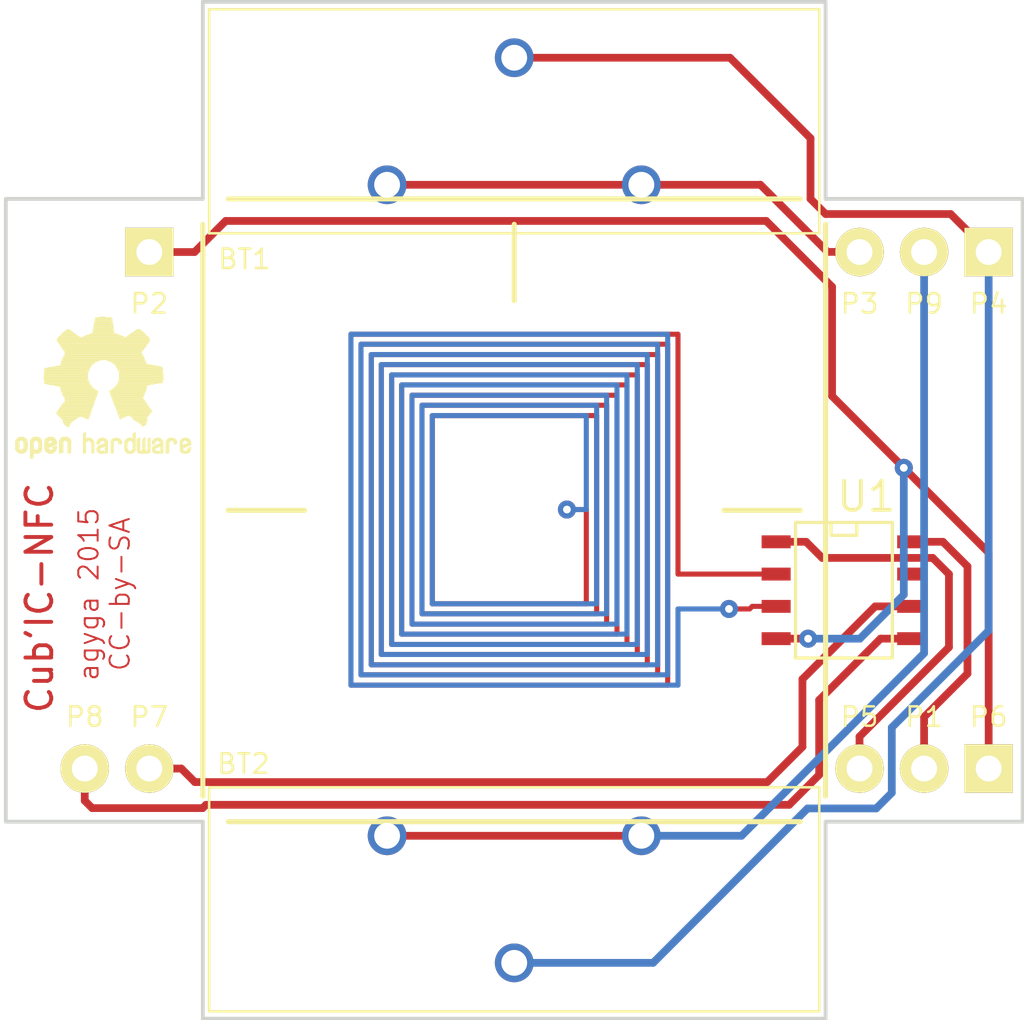
<source format=kicad_pcb>
(kicad_pcb (version 3) (host pcbnew "(2013-mar-13)-stable")

  (general
    (links 13)
    (no_connects 0)
    (area 141.631812 67.174999 182.414439 107.325001)
    (thickness 1.6)
    (drawings 23)
    (tracks 148)
    (zones 0)
    (modules 13)
    (nets 11)
  )

  (page A4)
  (title_block
    (title "TAG 24LR")
    (rev 0.1)
    (company Agilack)
  )

  (layers
    (15 F.Cu signal)
    (0 B.Cu signal)
    (16 B.Adhes user)
    (17 F.Adhes user)
    (18 B.Paste user)
    (19 F.Paste user)
    (20 B.SilkS user)
    (21 F.SilkS user)
    (22 B.Mask user)
    (23 F.Mask user)
    (24 Dwgs.User user hide)
    (25 Cmts.User user)
    (26 Eco1.User user)
    (27 Eco2.User user)
    (28 Edge.Cuts user)
  )

  (setup
    (last_trace_width 0.254)
    (user_trace_width 0.1524)
    (user_trace_width 0.2)
    (user_trace_width 0.2032)
    (user_trace_width 0.3048)
    (trace_clearance 0.1524)
    (zone_clearance 0.2032)
    (zone_45_only no)
    (trace_min 0.1524)
    (segment_width 0.2)
    (edge_width 0.15)
    (via_size 0.889)
    (via_drill 0.635)
    (via_min_size 0.7112)
    (via_min_drill 0.3048)
    (user_via 0.7112 0.3048)
    (uvia_size 0.508)
    (uvia_drill 0.127)
    (uvias_allowed no)
    (uvia_min_size 0.508)
    (uvia_min_drill 0.127)
    (pcb_text_width 0.3)
    (pcb_text_size 1.5 1.5)
    (mod_edge_width 0.15)
    (mod_text_size 1.5 1.5)
    (mod_text_width 0.15)
    (pad_size 1.905 1.905)
    (pad_drill 1.016)
    (pad_to_mask_clearance 0.2)
    (aux_axis_origin 0 0)
    (visible_elements 7FFFFFFF)
    (pcbplotparams
      (layerselection 283934721)
      (usegerberextensions true)
      (excludeedgelayer true)
      (linewidth 0.100000)
      (plotframeref false)
      (viasonmask false)
      (mode 1)
      (useauxorigin false)
      (hpglpennumber 1)
      (hpglpenspeed 20)
      (hpglpendiameter 15)
      (hpglpenoverlay 2)
      (psnegative false)
      (psa4output false)
      (plotreference true)
      (plotvalue true)
      (plotothertext true)
      (plotinvisibletext false)
      (padsonsilk false)
      (subtractmaskfromsilk false)
      (outputformat 1)
      (mirror false)
      (drillshape 0)
      (scaleselection 1)
      (outputdirectory ../prod/))
  )

  (net 0 "")
  (net 1 +VHvst)
  (net 2 GND)
  (net 3 N-000001)
  (net 4 N-0000010)
  (net 5 N-000003)
  (net 6 N-000004)
  (net 7 N-000005)
  (net 8 N-000006)
  (net 9 N-000007)
  (net 10 N-000009)

  (net_class Default "This is the default net class."
    (clearance 0.1524)
    (trace_width 0.254)
    (via_dia 0.889)
    (via_drill 0.635)
    (uvia_dia 0.508)
    (uvia_drill 0.127)
    (add_net "")
    (add_net +VHvst)
    (add_net GND)
    (add_net N-000001)
    (add_net N-0000010)
    (add_net N-000003)
    (add_net N-000004)
    (add_net N-000005)
    (add_net N-000006)
    (add_net N-000007)
    (add_net N-000009)
  )

  (module SMD_SO8E (layer F.Cu) (tedit 55970B5F) (tstamp 54735ABE)
    (at 175.22063 90.39479 270)
    (descr "module CMS SOJ 8 pins etroit")
    (tags "CMS SOJ")
    (path /5597010E)
    (attr smd)
    (fp_text reference U1 (at -3.68681 -0.88265 540) (layer F.SilkS)
      (effects (font (size 1.143 1.143) (thickness 0.1524)))
    )
    (fp_text value M24LR04E (at 0 0 270) (layer F.SilkS) hide
      (effects (font (size 0.2 0.2) (thickness 0.05)))
    )
    (fp_line (start -2.667 1.778) (end -2.667 1.905) (layer F.SilkS) (width 0.127))
    (fp_line (start -2.667 1.905) (end 2.667 1.905) (layer F.SilkS) (width 0.127))
    (fp_line (start 2.667 -1.905) (end -2.667 -1.905) (layer F.SilkS) (width 0.127))
    (fp_line (start -2.667 -1.905) (end -2.667 1.778) (layer F.SilkS) (width 0.127))
    (fp_line (start -2.667 -0.508) (end -2.159 -0.508) (layer F.SilkS) (width 0.127))
    (fp_line (start -2.159 -0.508) (end -2.159 0.508) (layer F.SilkS) (width 0.127))
    (fp_line (start -2.159 0.508) (end -2.667 0.508) (layer F.SilkS) (width 0.127))
    (fp_line (start 2.667 -1.905) (end 2.667 1.905) (layer F.SilkS) (width 0.127))
    (pad 8 smd rect (at -1.905 -2.667 270) (size 0.508 1.143)
      (layers F.Cu F.Paste F.Mask)
      (net 7 N-000005)
    )
    (pad 1 smd rect (at -1.905 2.667 270) (size 0.508 1.143)
      (layers F.Cu F.Paste F.Mask)
      (net 1 +VHvst)
    )
    (pad 7 smd rect (at -0.635 -2.667 270) (size 0.508 1.143)
      (layers F.Cu F.Paste F.Mask)
      (net 5 N-000003)
    )
    (pad 6 smd rect (at 0.635 -2.667 270) (size 0.508 1.143)
      (layers F.Cu F.Paste F.Mask)
      (net 6 N-000004)
    )
    (pad 5 smd rect (at 1.905 -2.667 270) (size 0.508 1.143)
      (layers F.Cu F.Paste F.Mask)
      (net 3 N-000001)
    )
    (pad 2 smd rect (at -0.635 2.667 270) (size 0.508 1.143)
      (layers F.Cu F.Paste F.Mask)
      (net 10 N-000009)
    )
    (pad 3 smd rect (at 0.635 2.667 270) (size 0.508 1.143)
      (layers F.Cu F.Paste F.Mask)
      (net 10 N-000009)
    )
    (pad 4 smd rect (at 1.905 2.667 270) (size 0.508 1.143)
      (layers F.Cu F.Paste F.Mask)
      (net 2 GND)
    )
    (model smd/cms_so8.wrl
      (at (xyz 0 0 0))
      (scale (xyz 0.5 0.32 0.5))
      (rotate (xyz 0 0 0))
    )
  )

  (module ohw_logo (layer F.Cu) (tedit 51DC124B) (tstamp 5474BBBF)
    (at 142.27048 78.73492)
    (path ohw_logo)
    (fp_text reference ohw_logo (at 3.7846 0) (layer F.SilkS) hide
      (effects (font (size 0.8001 0.8001) (thickness 0.1016)))
    )
    (fp_text value VAL** (at 0 0) (layer F.SilkS) hide
      (effects (font (size 0.20066 0.20066) (thickness 0.0508)))
    )
    (fp_line (start 3.6576 0.9144) (end 3.9116 0.9144) (layer F.SilkS) (width 0.02794))
    (fp_line (start 3.5052 0.9398) (end 4.1402 0.9398) (layer F.SilkS) (width 0.02794))
    (fp_line (start 3.5052 0.9652) (end 4.1402 0.9652) (layer F.SilkS) (width 0.02794))
    (fp_line (start 3.4798 0.9906) (end 4.1656 0.9906) (layer F.SilkS) (width 0.02794))
    (fp_line (start 3.4798 1.016) (end 4.1656 1.016) (layer F.SilkS) (width 0.02794))
    (fp_line (start 3.4798 1.0414) (end 4.1656 1.0414) (layer F.SilkS) (width 0.02794))
    (fp_line (start 3.4798 1.0668) (end 4.1656 1.0668) (layer F.SilkS) (width 0.02794))
    (fp_line (start 3.4798 1.0922) (end 4.1656 1.0922) (layer F.SilkS) (width 0.02794))
    (fp_line (start 3.4798 1.1176) (end 4.1656 1.1176) (layer F.SilkS) (width 0.02794))
    (fp_line (start 3.4544 1.143) (end 4.191 1.143) (layer F.SilkS) (width 0.02794))
    (fp_line (start 3.4544 1.1684) (end 4.191 1.1684) (layer F.SilkS) (width 0.02794))
    (fp_line (start 3.4544 1.1938) (end 4.191 1.1938) (layer F.SilkS) (width 0.02794))
    (fp_line (start 3.4544 1.2192) (end 4.191 1.2192) (layer F.SilkS) (width 0.02794))
    (fp_line (start 3.4544 1.2446) (end 4.191 1.2446) (layer F.SilkS) (width 0.02794))
    (fp_line (start 3.429 1.27) (end 4.191 1.27) (layer F.SilkS) (width 0.02794))
    (fp_line (start 3.429 1.2954) (end 4.2164 1.2954) (layer F.SilkS) (width 0.02794))
    (fp_line (start 3.429 1.3208) (end 4.2164 1.3208) (layer F.SilkS) (width 0.02794))
    (fp_line (start 3.429 1.3462) (end 4.2164 1.3462) (layer F.SilkS) (width 0.02794))
    (fp_line (start 3.429 1.3716) (end 4.2164 1.3716) (layer F.SilkS) (width 0.02794))
    (fp_line (start 2.3876 1.397) (end 2.4638 1.397) (layer F.SilkS) (width 0.02794))
    (fp_line (start 3.429 1.397) (end 4.2164 1.397) (layer F.SilkS) (width 0.02794))
    (fp_line (start 5.1562 1.397) (end 5.2578 1.397) (layer F.SilkS) (width 0.02794))
    (fp_line (start 2.3622 1.4224) (end 2.4892 1.4224) (layer F.SilkS) (width 0.02794))
    (fp_line (start 3.4036 1.4224) (end 4.2164 1.4224) (layer F.SilkS) (width 0.02794))
    (fp_line (start 5.1054 1.4224) (end 5.2832 1.4224) (layer F.SilkS) (width 0.02794))
    (fp_line (start 2.3368 1.4478) (end 2.54 1.4478) (layer F.SilkS) (width 0.02794))
    (fp_line (start 3.4036 1.4478) (end 4.2164 1.4478) (layer F.SilkS) (width 0.02794))
    (fp_line (start 5.08 1.4478) (end 5.3086 1.4478) (layer F.SilkS) (width 0.02794))
    (fp_line (start 2.286 1.4732) (end 2.5654 1.4732) (layer F.SilkS) (width 0.02794))
    (fp_line (start 3.4036 1.4732) (end 4.2418 1.4732) (layer F.SilkS) (width 0.02794))
    (fp_line (start 5.0292 1.4732) (end 5.3594 1.4732) (layer F.SilkS) (width 0.02794))
    (fp_line (start 2.2606 1.4986) (end 2.6162 1.4986) (layer F.SilkS) (width 0.02794))
    (fp_line (start 3.4036 1.4986) (end 4.2418 1.4986) (layer F.SilkS) (width 0.02794))
    (fp_line (start 5.0038 1.4986) (end 5.3848 1.4986) (layer F.SilkS) (width 0.02794))
    (fp_line (start 2.2352 1.524) (end 2.6416 1.524) (layer F.SilkS) (width 0.02794))
    (fp_line (start 3.4036 1.524) (end 4.2418 1.524) (layer F.SilkS) (width 0.02794))
    (fp_line (start 4.953 1.524) (end 5.4102 1.524) (layer F.SilkS) (width 0.02794))
    (fp_line (start 2.2098 1.5494) (end 2.667 1.5494) (layer F.SilkS) (width 0.02794))
    (fp_line (start 3.3782 1.5494) (end 4.2418 1.5494) (layer F.SilkS) (width 0.02794))
    (fp_line (start 4.9276 1.5494) (end 5.4356 1.5494) (layer F.SilkS) (width 0.02794))
    (fp_line (start 2.1844 1.5748) (end 2.7178 1.5748) (layer F.SilkS) (width 0.02794))
    (fp_line (start 3.302 1.5748) (end 4.3434 1.5748) (layer F.SilkS) (width 0.02794))
    (fp_line (start 4.8768 1.5748) (end 5.461 1.5748) (layer F.SilkS) (width 0.02794))
    (fp_line (start 2.159 1.6002) (end 2.7432 1.6002) (layer F.SilkS) (width 0.02794))
    (fp_line (start 3.2258 1.6002) (end 4.4196 1.6002) (layer F.SilkS) (width 0.02794))
    (fp_line (start 4.8514 1.6002) (end 5.4864 1.6002) (layer F.SilkS) (width 0.02794))
    (fp_line (start 2.1336 1.6256) (end 2.794 1.6256) (layer F.SilkS) (width 0.02794))
    (fp_line (start 3.1496 1.6256) (end 4.4704 1.6256) (layer F.SilkS) (width 0.02794))
    (fp_line (start 4.8006 1.6256) (end 5.5118 1.6256) (layer F.SilkS) (width 0.02794))
    (fp_line (start 2.1082 1.651) (end 2.8194 1.651) (layer F.SilkS) (width 0.02794))
    (fp_line (start 3.0988 1.651) (end 4.5466 1.651) (layer F.SilkS) (width 0.02794))
    (fp_line (start 4.7752 1.651) (end 5.5372 1.651) (layer F.SilkS) (width 0.02794))
    (fp_line (start 2.0828 1.6764) (end 2.8448 1.6764) (layer F.SilkS) (width 0.02794))
    (fp_line (start 3.048 1.6764) (end 4.5974 1.6764) (layer F.SilkS) (width 0.02794))
    (fp_line (start 4.7498 1.6764) (end 5.5626 1.6764) (layer F.SilkS) (width 0.02794))
    (fp_line (start 2.0574 1.7018) (end 2.8956 1.7018) (layer F.SilkS) (width 0.02794))
    (fp_line (start 2.9972 1.7018) (end 4.6482 1.7018) (layer F.SilkS) (width 0.02794))
    (fp_line (start 4.699 1.7018) (end 5.588 1.7018) (layer F.SilkS) (width 0.02794))
    (fp_line (start 2.032 1.7272) (end 2.921 1.7272) (layer F.SilkS) (width 0.02794))
    (fp_line (start 2.9464 1.7272) (end 5.6134 1.7272) (layer F.SilkS) (width 0.02794))
    (fp_line (start 2.0066 1.7526) (end 5.6134 1.7526) (layer F.SilkS) (width 0.02794))
    (fp_line (start 2.0066 1.778) (end 5.6388 1.778) (layer F.SilkS) (width 0.02794))
    (fp_line (start 1.9812 1.8034) (end 5.6388 1.8034) (layer F.SilkS) (width 0.02794))
    (fp_line (start 1.9812 1.8288) (end 5.6388 1.8288) (layer F.SilkS) (width 0.02794))
    (fp_line (start 2.0066 1.8542) (end 5.6388 1.8542) (layer F.SilkS) (width 0.02794))
    (fp_line (start 2.0066 1.8796) (end 5.6134 1.8796) (layer F.SilkS) (width 0.02794))
    (fp_line (start 2.032 1.905) (end 5.6134 1.905) (layer F.SilkS) (width 0.02794))
    (fp_line (start 2.0574 1.9304) (end 5.588 1.9304) (layer F.SilkS) (width 0.02794))
    (fp_line (start 2.0574 1.9558) (end 5.5626 1.9558) (layer F.SilkS) (width 0.02794))
    (fp_line (start 2.0828 1.9812) (end 5.5372 1.9812) (layer F.SilkS) (width 0.02794))
    (fp_line (start 2.1082 2.0066) (end 5.5372 2.0066) (layer F.SilkS) (width 0.02794))
    (fp_line (start 2.1336 2.032) (end 5.5118 2.032) (layer F.SilkS) (width 0.02794))
    (fp_line (start 2.1336 2.0574) (end 5.4864 2.0574) (layer F.SilkS) (width 0.02794))
    (fp_line (start 2.159 2.0828) (end 5.4864 2.0828) (layer F.SilkS) (width 0.02794))
    (fp_line (start 2.1844 2.1082) (end 5.461 2.1082) (layer F.SilkS) (width 0.02794))
    (fp_line (start 2.1844 2.1336) (end 5.4356 2.1336) (layer F.SilkS) (width 0.02794))
    (fp_line (start 2.2098 2.159) (end 5.4102 2.159) (layer F.SilkS) (width 0.02794))
    (fp_line (start 2.2352 2.1844) (end 5.4102 2.1844) (layer F.SilkS) (width 0.02794))
    (fp_line (start 2.2352 2.2098) (end 5.3848 2.2098) (layer F.SilkS) (width 0.02794))
    (fp_line (start 2.2606 2.2352) (end 5.3594 2.2352) (layer F.SilkS) (width 0.02794))
    (fp_line (start 2.286 2.2606) (end 5.334 2.2606) (layer F.SilkS) (width 0.02794))
    (fp_line (start 2.286 2.286) (end 5.334 2.286) (layer F.SilkS) (width 0.02794))
    (fp_line (start 2.3114 2.3114) (end 5.3086 2.3114) (layer F.SilkS) (width 0.02794))
    (fp_line (start 2.3114 2.3368) (end 5.3086 2.3368) (layer F.SilkS) (width 0.02794))
    (fp_line (start 2.3114 2.3622) (end 5.334 2.3622) (layer F.SilkS) (width 0.02794))
    (fp_line (start 2.286 2.3876) (end 5.3594 2.3876) (layer F.SilkS) (width 0.02794))
    (fp_line (start 2.286 2.413) (end 5.3594 2.413) (layer F.SilkS) (width 0.02794))
    (fp_line (start 2.2606 2.4384) (end 5.3848 2.4384) (layer F.SilkS) (width 0.02794))
    (fp_line (start 2.2606 2.4638) (end 5.3848 2.4638) (layer F.SilkS) (width 0.02794))
    (fp_line (start 2.2352 2.4892) (end 5.4102 2.4892) (layer F.SilkS) (width 0.02794))
    (fp_line (start 2.2352 2.5146) (end 5.4102 2.5146) (layer F.SilkS) (width 0.02794))
    (fp_line (start 2.2098 2.54) (end 5.4356 2.54) (layer F.SilkS) (width 0.02794))
    (fp_line (start 2.2098 2.5654) (end 5.4356 2.5654) (layer F.SilkS) (width 0.02794))
    (fp_line (start 2.1844 2.5908) (end 5.4356 2.5908) (layer F.SilkS) (width 0.02794))
    (fp_line (start 2.1844 2.6162) (end 3.7084 2.6162) (layer F.SilkS) (width 0.02794))
    (fp_line (start 3.937 2.6162) (end 5.461 2.6162) (layer F.SilkS) (width 0.02794))
    (fp_line (start 2.1844 2.6416) (end 3.6322 2.6416) (layer F.SilkS) (width 0.02794))
    (fp_line (start 4.0132 2.6416) (end 5.461 2.6416) (layer F.SilkS) (width 0.02794))
    (fp_line (start 2.159 2.667) (end 3.556 2.667) (layer F.SilkS) (width 0.02794))
    (fp_line (start 4.0894 2.667) (end 5.4864 2.667) (layer F.SilkS) (width 0.02794))
    (fp_line (start 2.159 2.6924) (end 3.5052 2.6924) (layer F.SilkS) (width 0.02794))
    (fp_line (start 4.1402 2.6924) (end 5.4864 2.6924) (layer F.SilkS) (width 0.02794))
    (fp_line (start 2.159 2.7178) (end 3.4798 2.7178) (layer F.SilkS) (width 0.02794))
    (fp_line (start 4.1656 2.7178) (end 5.4864 2.7178) (layer F.SilkS) (width 0.02794))
    (fp_line (start 2.1336 2.7432) (end 3.429 2.7432) (layer F.SilkS) (width 0.02794))
    (fp_line (start 4.2164 2.7432) (end 5.5118 2.7432) (layer F.SilkS) (width 0.02794))
    (fp_line (start 2.1336 2.7686) (end 3.4036 2.7686) (layer F.SilkS) (width 0.02794))
    (fp_line (start 4.2418 2.7686) (end 5.588 2.7686) (layer F.SilkS) (width 0.02794))
    (fp_line (start 2.1336 2.794) (end 3.3782 2.794) (layer F.SilkS) (width 0.02794))
    (fp_line (start 4.2672 2.794) (end 5.7404 2.794) (layer F.SilkS) (width 0.02794))
    (fp_line (start 2.1082 2.8194) (end 3.3528 2.8194) (layer F.SilkS) (width 0.02794))
    (fp_line (start 4.2926 2.8194) (end 5.8674 2.8194) (layer F.SilkS) (width 0.02794))
    (fp_line (start 1.9558 2.8448) (end 3.3274 2.8448) (layer F.SilkS) (width 0.02794))
    (fp_line (start 4.318 2.8448) (end 6.0198 2.8448) (layer F.SilkS) (width 0.02794))
    (fp_line (start 1.8034 2.8702) (end 3.3274 2.8702) (layer F.SilkS) (width 0.02794))
    (fp_line (start 4.318 2.8702) (end 6.1214 2.8702) (layer F.SilkS) (width 0.02794))
    (fp_line (start 1.651 2.8956) (end 3.302 2.8956) (layer F.SilkS) (width 0.02794))
    (fp_line (start 4.3434 2.8956) (end 6.1214 2.8956) (layer F.SilkS) (width 0.02794))
    (fp_line (start 1.524 2.921) (end 3.2766 2.921) (layer F.SilkS) (width 0.02794))
    (fp_line (start 4.3688 2.921) (end 6.1468 2.921) (layer F.SilkS) (width 0.02794))
    (fp_line (start 1.4986 2.9464) (end 3.2766 2.9464) (layer F.SilkS) (width 0.02794))
    (fp_line (start 4.3688 2.9464) (end 6.1468 2.9464) (layer F.SilkS) (width 0.02794))
    (fp_line (start 1.4986 2.9718) (end 3.2512 2.9718) (layer F.SilkS) (width 0.02794))
    (fp_line (start 4.3942 2.9718) (end 6.1468 2.9718) (layer F.SilkS) (width 0.02794))
    (fp_line (start 1.4986 2.9972) (end 3.2512 2.9972) (layer F.SilkS) (width 0.02794))
    (fp_line (start 4.3942 2.9972) (end 6.1468 2.9972) (layer F.SilkS) (width 0.02794))
    (fp_line (start 1.4986 3.0226) (end 3.2258 3.0226) (layer F.SilkS) (width 0.02794))
    (fp_line (start 4.4196 3.0226) (end 6.1468 3.0226) (layer F.SilkS) (width 0.02794))
    (fp_line (start 1.4986 3.048) (end 3.2258 3.048) (layer F.SilkS) (width 0.02794))
    (fp_line (start 4.4196 3.048) (end 6.1468 3.048) (layer F.SilkS) (width 0.02794))
    (fp_line (start 1.4986 3.0734) (end 3.2258 3.0734) (layer F.SilkS) (width 0.02794))
    (fp_line (start 4.4196 3.0734) (end 6.1468 3.0734) (layer F.SilkS) (width 0.02794))
    (fp_line (start 1.4986 3.0988) (end 3.2258 3.0988) (layer F.SilkS) (width 0.02794))
    (fp_line (start 4.445 3.0988) (end 6.1468 3.0988) (layer F.SilkS) (width 0.02794))
    (fp_line (start 1.4986 3.1242) (end 3.2004 3.1242) (layer F.SilkS) (width 0.02794))
    (fp_line (start 4.445 3.1242) (end 6.1468 3.1242) (layer F.SilkS) (width 0.02794))
    (fp_line (start 1.4986 3.1496) (end 3.2004 3.1496) (layer F.SilkS) (width 0.02794))
    (fp_line (start 4.445 3.1496) (end 6.1722 3.1496) (layer F.SilkS) (width 0.02794))
    (fp_line (start 1.4732 3.175) (end 3.2004 3.175) (layer F.SilkS) (width 0.02794))
    (fp_line (start 4.445 3.175) (end 6.1722 3.175) (layer F.SilkS) (width 0.02794))
    (fp_line (start 1.4732 3.2004) (end 3.2004 3.2004) (layer F.SilkS) (width 0.02794))
    (fp_line (start 4.445 3.2004) (end 6.1722 3.2004) (layer F.SilkS) (width 0.02794))
    (fp_line (start 1.4732 3.2258) (end 3.2004 3.2258) (layer F.SilkS) (width 0.02794))
    (fp_line (start 4.445 3.2258) (end 6.1722 3.2258) (layer F.SilkS) (width 0.02794))
    (fp_line (start 1.4732 3.2512) (end 3.2004 3.2512) (layer F.SilkS) (width 0.02794))
    (fp_line (start 4.445 3.2512) (end 6.1722 3.2512) (layer F.SilkS) (width 0.02794))
    (fp_line (start 1.4732 3.2766) (end 3.2004 3.2766) (layer F.SilkS) (width 0.02794))
    (fp_line (start 4.445 3.2766) (end 6.1722 3.2766) (layer F.SilkS) (width 0.02794))
    (fp_line (start 1.4732 3.302) (end 3.2004 3.302) (layer F.SilkS) (width 0.02794))
    (fp_line (start 4.445 3.302) (end 6.1722 3.302) (layer F.SilkS) (width 0.02794))
    (fp_line (start 1.4732 3.3274) (end 3.2004 3.3274) (layer F.SilkS) (width 0.02794))
    (fp_line (start 4.445 3.3274) (end 6.1722 3.3274) (layer F.SilkS) (width 0.02794))
    (fp_line (start 1.4732 3.3528) (end 3.2004 3.3528) (layer F.SilkS) (width 0.02794))
    (fp_line (start 4.445 3.3528) (end 6.1722 3.3528) (layer F.SilkS) (width 0.02794))
    (fp_line (start 1.4732 3.3782) (end 3.2258 3.3782) (layer F.SilkS) (width 0.02794))
    (fp_line (start 4.445 3.3782) (end 6.1722 3.3782) (layer F.SilkS) (width 0.02794))
    (fp_line (start 1.4986 3.4036) (end 3.2258 3.4036) (layer F.SilkS) (width 0.02794))
    (fp_line (start 4.4196 3.4036) (end 6.1722 3.4036) (layer F.SilkS) (width 0.02794))
    (fp_line (start 1.4986 3.429) (end 3.2258 3.429) (layer F.SilkS) (width 0.02794))
    (fp_line (start 4.4196 3.429) (end 6.1468 3.429) (layer F.SilkS) (width 0.02794))
    (fp_line (start 1.4986 3.4544) (end 3.2512 3.4544) (layer F.SilkS) (width 0.02794))
    (fp_line (start 4.4196 3.4544) (end 6.1468 3.4544) (layer F.SilkS) (width 0.02794))
    (fp_line (start 1.4986 3.4798) (end 3.2512 3.4798) (layer F.SilkS) (width 0.02794))
    (fp_line (start 4.3942 3.4798) (end 6.1468 3.4798) (layer F.SilkS) (width 0.02794))
    (fp_line (start 1.4986 3.5052) (end 3.2512 3.5052) (layer F.SilkS) (width 0.02794))
    (fp_line (start 4.3942 3.5052) (end 6.1214 3.5052) (layer F.SilkS) (width 0.02794))
    (fp_line (start 1.4986 3.5306) (end 3.2766 3.5306) (layer F.SilkS) (width 0.02794))
    (fp_line (start 4.3688 3.5306) (end 5.969 3.5306) (layer F.SilkS) (width 0.02794))
    (fp_line (start 1.6002 3.556) (end 3.302 3.556) (layer F.SilkS) (width 0.02794))
    (fp_line (start 4.3688 3.556) (end 5.8166 3.556) (layer F.SilkS) (width 0.02794))
    (fp_line (start 1.7272 3.5814) (end 3.302 3.5814) (layer F.SilkS) (width 0.02794))
    (fp_line (start 4.3434 3.5814) (end 5.6388 3.5814) (layer F.SilkS) (width 0.02794))
    (fp_line (start 1.8796 3.6068) (end 3.3274 3.6068) (layer F.SilkS) (width 0.02794))
    (fp_line (start 4.318 3.6068) (end 5.5372 3.6068) (layer F.SilkS) (width 0.02794))
    (fp_line (start 2.0066 3.6322) (end 3.3528 3.6322) (layer F.SilkS) (width 0.02794))
    (fp_line (start 4.2926 3.6322) (end 5.5372 3.6322) (layer F.SilkS) (width 0.02794))
    (fp_line (start 2.1082 3.6576) (end 3.3782 3.6576) (layer F.SilkS) (width 0.02794))
    (fp_line (start 4.2926 3.6576) (end 5.5372 3.6576) (layer F.SilkS) (width 0.02794))
    (fp_line (start 2.1336 3.683) (end 3.3782 3.683) (layer F.SilkS) (width 0.02794))
    (fp_line (start 4.2672 3.683) (end 5.5118 3.683) (layer F.SilkS) (width 0.02794))
    (fp_line (start 2.1336 3.7084) (end 3.429 3.7084) (layer F.SilkS) (width 0.02794))
    (fp_line (start 4.2164 3.7084) (end 5.5118 3.7084) (layer F.SilkS) (width 0.02794))
    (fp_line (start 2.1336 3.7338) (end 3.4544 3.7338) (layer F.SilkS) (width 0.02794))
    (fp_line (start 4.191 3.7338) (end 5.5118 3.7338) (layer F.SilkS) (width 0.02794))
    (fp_line (start 2.1336 3.7592) (end 3.4798 3.7592) (layer F.SilkS) (width 0.02794))
    (fp_line (start 4.1656 3.7592) (end 5.5118 3.7592) (layer F.SilkS) (width 0.02794))
    (fp_line (start 2.159 3.7846) (end 3.5306 3.7846) (layer F.SilkS) (width 0.02794))
    (fp_line (start 4.1148 3.7846) (end 5.4864 3.7846) (layer F.SilkS) (width 0.02794))
    (fp_line (start 2.159 3.81) (end 3.5814 3.81) (layer F.SilkS) (width 0.02794))
    (fp_line (start 4.064 3.81) (end 5.4864 3.81) (layer F.SilkS) (width 0.02794))
    (fp_line (start 2.159 3.8354) (end 3.6068 3.8354) (layer F.SilkS) (width 0.02794))
    (fp_line (start 4.064 3.8354) (end 5.4864 3.8354) (layer F.SilkS) (width 0.02794))
    (fp_line (start 2.1844 3.8608) (end 3.6068 3.8608) (layer F.SilkS) (width 0.02794))
    (fp_line (start 4.064 3.8608) (end 5.461 3.8608) (layer F.SilkS) (width 0.02794))
    (fp_line (start 2.1844 3.8862) (end 3.6068 3.8862) (layer F.SilkS) (width 0.02794))
    (fp_line (start 4.064 3.8862) (end 5.461 3.8862) (layer F.SilkS) (width 0.02794))
    (fp_line (start 2.1844 3.9116) (end 3.5814 3.9116) (layer F.SilkS) (width 0.02794))
    (fp_line (start 4.0894 3.9116) (end 5.4356 3.9116) (layer F.SilkS) (width 0.02794))
    (fp_line (start 2.2098 3.937) (end 3.5814 3.937) (layer F.SilkS) (width 0.02794))
    (fp_line (start 4.0894 3.937) (end 5.4356 3.937) (layer F.SilkS) (width 0.02794))
    (fp_line (start 2.2098 3.9624) (end 3.5814 3.9624) (layer F.SilkS) (width 0.02794))
    (fp_line (start 4.0894 3.9624) (end 5.4356 3.9624) (layer F.SilkS) (width 0.02794))
    (fp_line (start 2.2352 3.9878) (end 3.556 3.9878) (layer F.SilkS) (width 0.02794))
    (fp_line (start 4.1148 3.9878) (end 5.4102 3.9878) (layer F.SilkS) (width 0.02794))
    (fp_line (start 2.2352 4.0132) (end 3.556 4.0132) (layer F.SilkS) (width 0.02794))
    (fp_line (start 4.1148 4.0132) (end 5.4102 4.0132) (layer F.SilkS) (width 0.02794))
    (fp_line (start 2.2606 4.0386) (end 3.5306 4.0386) (layer F.SilkS) (width 0.02794))
    (fp_line (start 4.1402 4.0386) (end 5.3848 4.0386) (layer F.SilkS) (width 0.02794))
    (fp_line (start 2.2606 4.064) (end 3.5306 4.064) (layer F.SilkS) (width 0.02794))
    (fp_line (start 4.1402 4.064) (end 5.3848 4.064) (layer F.SilkS) (width 0.02794))
    (fp_line (start 2.286 4.0894) (end 3.5306 4.0894) (layer F.SilkS) (width 0.02794))
    (fp_line (start 4.1402 4.0894) (end 5.3594 4.0894) (layer F.SilkS) (width 0.02794))
    (fp_line (start 2.286 4.1148) (end 3.5052 4.1148) (layer F.SilkS) (width 0.02794))
    (fp_line (start 4.1656 4.1148) (end 5.3848 4.1148) (layer F.SilkS) (width 0.02794))
    (fp_line (start 2.3114 4.1402) (end 3.5052 4.1402) (layer F.SilkS) (width 0.02794))
    (fp_line (start 4.1656 4.1402) (end 5.3848 4.1402) (layer F.SilkS) (width 0.02794))
    (fp_line (start 2.3114 4.1656) (end 3.5052 4.1656) (layer F.SilkS) (width 0.02794))
    (fp_line (start 4.191 4.1656) (end 5.4102 4.1656) (layer F.SilkS) (width 0.02794))
    (fp_line (start 2.3114 4.191) (end 3.4798 4.191) (layer F.SilkS) (width 0.02794))
    (fp_line (start 4.191 4.191) (end 5.4356 4.191) (layer F.SilkS) (width 0.02794))
    (fp_line (start 2.3114 4.2164) (end 3.4798 4.2164) (layer F.SilkS) (width 0.02794))
    (fp_line (start 4.191 4.2164) (end 5.461 4.2164) (layer F.SilkS) (width 0.02794))
    (fp_line (start 2.286 4.2418) (end 3.4798 4.2418) (layer F.SilkS) (width 0.02794))
    (fp_line (start 4.2164 4.2418) (end 5.461 4.2418) (layer F.SilkS) (width 0.02794))
    (fp_line (start 2.2606 4.2672) (end 3.4544 4.2672) (layer F.SilkS) (width 0.02794))
    (fp_line (start 4.2164 4.2672) (end 5.4864 4.2672) (layer F.SilkS) (width 0.02794))
    (fp_line (start 2.2352 4.2926) (end 3.4544 4.2926) (layer F.SilkS) (width 0.02794))
    (fp_line (start 4.2164 4.2926) (end 5.5118 4.2926) (layer F.SilkS) (width 0.02794))
    (fp_line (start 2.2352 4.318) (end 3.4544 4.318) (layer F.SilkS) (width 0.02794))
    (fp_line (start 4.2418 4.318) (end 5.5118 4.318) (layer F.SilkS) (width 0.02794))
    (fp_line (start 2.2098 4.3434) (end 3.429 4.3434) (layer F.SilkS) (width 0.02794))
    (fp_line (start 4.2418 4.3434) (end 5.5372 4.3434) (layer F.SilkS) (width 0.02794))
    (fp_line (start 2.1844 4.3688) (end 3.429 4.3688) (layer F.SilkS) (width 0.02794))
    (fp_line (start 4.2672 4.3688) (end 5.5626 4.3688) (layer F.SilkS) (width 0.02794))
    (fp_line (start 2.159 4.3942) (end 3.429 4.3942) (layer F.SilkS) (width 0.02794))
    (fp_line (start 4.2672 4.3942) (end 5.5626 4.3942) (layer F.SilkS) (width 0.02794))
    (fp_line (start 2.159 4.4196) (end 3.4036 4.4196) (layer F.SilkS) (width 0.02794))
    (fp_line (start 4.2672 4.4196) (end 5.588 4.4196) (layer F.SilkS) (width 0.02794))
    (fp_line (start 2.1336 4.445) (end 3.4036 4.445) (layer F.SilkS) (width 0.02794))
    (fp_line (start 4.2926 4.445) (end 5.6134 4.445) (layer F.SilkS) (width 0.02794))
    (fp_line (start 2.1082 4.4704) (end 3.3782 4.4704) (layer F.SilkS) (width 0.02794))
    (fp_line (start 4.2926 4.4704) (end 5.6134 4.4704) (layer F.SilkS) (width 0.02794))
    (fp_line (start 2.1082 4.4958) (end 3.3782 4.4958) (layer F.SilkS) (width 0.02794))
    (fp_line (start 4.318 4.4958) (end 5.6388 4.4958) (layer F.SilkS) (width 0.02794))
    (fp_line (start 2.0828 4.5212) (end 3.3782 4.5212) (layer F.SilkS) (width 0.02794))
    (fp_line (start 4.318 4.5212) (end 5.6642 4.5212) (layer F.SilkS) (width 0.02794))
    (fp_line (start 2.0574 4.5466) (end 3.3528 4.5466) (layer F.SilkS) (width 0.02794))
    (fp_line (start 4.318 4.5466) (end 5.6896 4.5466) (layer F.SilkS) (width 0.02794))
    (fp_line (start 2.032 4.572) (end 3.3528 4.572) (layer F.SilkS) (width 0.02794))
    (fp_line (start 4.3434 4.572) (end 5.6896 4.572) (layer F.SilkS) (width 0.02794))
    (fp_line (start 2.032 4.5974) (end 3.3528 4.5974) (layer F.SilkS) (width 0.02794))
    (fp_line (start 4.3434 4.5974) (end 5.715 4.5974) (layer F.SilkS) (width 0.02794))
    (fp_line (start 2.0066 4.6228) (end 3.3274 4.6228) (layer F.SilkS) (width 0.02794))
    (fp_line (start 4.3688 4.6228) (end 5.715 4.6228) (layer F.SilkS) (width 0.02794))
    (fp_line (start 1.9812 4.6482) (end 3.3274 4.6482) (layer F.SilkS) (width 0.02794))
    (fp_line (start 4.3688 4.6482) (end 5.715 4.6482) (layer F.SilkS) (width 0.02794))
    (fp_line (start 1.9812 4.6736) (end 3.3274 4.6736) (layer F.SilkS) (width 0.02794))
    (fp_line (start 4.3688 4.6736) (end 5.6896 4.6736) (layer F.SilkS) (width 0.02794))
    (fp_line (start 1.9812 4.699) (end 3.302 4.699) (layer F.SilkS) (width 0.02794))
    (fp_line (start 4.3942 4.699) (end 5.6642 4.699) (layer F.SilkS) (width 0.02794))
    (fp_line (start 1.9812 4.7244) (end 3.302 4.7244) (layer F.SilkS) (width 0.02794))
    (fp_line (start 4.3942 4.7244) (end 5.6388 4.7244) (layer F.SilkS) (width 0.02794))
    (fp_line (start 2.0066 4.7498) (end 3.302 4.7498) (layer F.SilkS) (width 0.02794))
    (fp_line (start 4.3942 4.7498) (end 5.6134 4.7498) (layer F.SilkS) (width 0.02794))
    (fp_line (start 2.032 4.7752) (end 3.2766 4.7752) (layer F.SilkS) (width 0.02794))
    (fp_line (start 4.4196 4.7752) (end 5.6134 4.7752) (layer F.SilkS) (width 0.02794))
    (fp_line (start 2.0574 4.8006) (end 3.2766 4.8006) (layer F.SilkS) (width 0.02794))
    (fp_line (start 4.4196 4.8006) (end 4.7752 4.8006) (layer F.SilkS) (width 0.02794))
    (fp_line (start 4.826 4.8006) (end 5.588 4.8006) (layer F.SilkS) (width 0.02794))
    (fp_line (start 2.0828 4.826) (end 3.2766 4.826) (layer F.SilkS) (width 0.02794))
    (fp_line (start 4.445 4.826) (end 4.699 4.826) (layer F.SilkS) (width 0.02794))
    (fp_line (start 4.9022 4.826) (end 5.5626 4.826) (layer F.SilkS) (width 0.02794))
    (fp_line (start 2.1082 4.8514) (end 2.8702 4.8514) (layer F.SilkS) (width 0.02794))
    (fp_line (start 2.9972 4.8514) (end 3.2512 4.8514) (layer F.SilkS) (width 0.02794))
    (fp_line (start 4.445 4.8514) (end 4.6482 4.8514) (layer F.SilkS) (width 0.02794))
    (fp_line (start 4.9276 4.8514) (end 5.5372 4.8514) (layer F.SilkS) (width 0.02794))
    (fp_line (start 2.1336 4.8768) (end 2.8194 4.8768) (layer F.SilkS) (width 0.02794))
    (fp_line (start 3.0734 4.8768) (end 3.2512 4.8768) (layer F.SilkS) (width 0.02794))
    (fp_line (start 4.445 4.8768) (end 4.5974 4.8768) (layer F.SilkS) (width 0.02794))
    (fp_line (start 4.953 4.8768) (end 5.5118 4.8768) (layer F.SilkS) (width 0.02794))
    (fp_line (start 2.159 4.9022) (end 2.7686 4.9022) (layer F.SilkS) (width 0.02794))
    (fp_line (start 3.1242 4.9022) (end 3.2258 4.9022) (layer F.SilkS) (width 0.02794))
    (fp_line (start 4.4704 4.9022) (end 4.5466 4.9022) (layer F.SilkS) (width 0.02794))
    (fp_line (start 4.9784 4.9022) (end 5.5372 4.9022) (layer F.SilkS) (width 0.02794))
    (fp_line (start 2.1844 4.9276) (end 2.7432 4.9276) (layer F.SilkS) (width 0.02794))
    (fp_line (start 3.175 4.9276) (end 3.2258 4.9276) (layer F.SilkS) (width 0.02794))
    (fp_line (start 4.4704 4.9276) (end 4.4958 4.9276) (layer F.SilkS) (width 0.02794))
    (fp_line (start 4.9784 4.9276) (end 5.5372 4.9276) (layer F.SilkS) (width 0.02794))
    (fp_line (start 2.2098 4.953) (end 2.6924 4.953) (layer F.SilkS) (width 0.02794))
    (fp_line (start 5.0292 4.953) (end 5.5372 4.953) (layer F.SilkS) (width 0.02794))
    (fp_line (start 2.2352 4.9784) (end 2.667 4.9784) (layer F.SilkS) (width 0.02794))
    (fp_line (start 5.0546 4.9784) (end 5.5372 4.9784) (layer F.SilkS) (width 0.02794))
    (fp_line (start 2.2352 5.0038) (end 2.6162 5.0038) (layer F.SilkS) (width 0.02794))
    (fp_line (start 5.08 5.0038) (end 5.5372 5.0038) (layer F.SilkS) (width 0.02794))
    (fp_line (start 2.2352 5.0292) (end 2.5908 5.0292) (layer F.SilkS) (width 0.02794))
    (fp_line (start 5.1308 5.0292) (end 5.5372 5.0292) (layer F.SilkS) (width 0.02794))
    (fp_line (start 2.2352 5.0546) (end 2.5654 5.0546) (layer F.SilkS) (width 0.02794))
    (fp_line (start 5.1816 5.0546) (end 5.5118 5.0546) (layer F.SilkS) (width 0.02794))
    (fp_line (start 2.2606 5.08) (end 2.54 5.08) (layer F.SilkS) (width 0.02794))
    (fp_line (start 5.2324 5.08) (end 5.5118 5.08) (layer F.SilkS) (width 0.02794))
    (fp_line (start 2.2606 5.1054) (end 2.5146 5.1054) (layer F.SilkS) (width 0.02794))
    (fp_line (start 5.2578 5.1054) (end 5.4864 5.1054) (layer F.SilkS) (width 0.02794))
    (fp_line (start 2.286 5.1308) (end 2.5146 5.1308) (layer F.SilkS) (width 0.02794))
    (fp_line (start 5.2832 5.1308) (end 5.4864 5.1308) (layer F.SilkS) (width 0.02794))
    (fp_line (start 2.3114 5.1562) (end 2.4892 5.1562) (layer F.SilkS) (width 0.02794))
    (fp_line (start 5.3086 5.1562) (end 5.461 5.1562) (layer F.SilkS) (width 0.02794))
    (fp_line (start 2.3368 5.1816) (end 2.4892 5.1816) (layer F.SilkS) (width 0.02794))
    (fp_line (start 5.334 5.1816) (end 5.4356 5.1816) (layer F.SilkS) (width 0.02794))
    (fp_line (start 2.3622 5.207) (end 2.4638 5.207) (layer F.SilkS) (width 0.02794))
    (fp_line (start 5.3594 5.207) (end 5.4102 5.207) (layer F.SilkS) (width 0.02794))
    (fp_line (start 2.3876 5.2324) (end 2.4638 5.2324) (layer F.SilkS) (width 0.02794))
    (fp_line (start 3.0734 5.461) (end 3.1242 5.461) (layer F.SilkS) (width 0.02794))
    (fp_line (start 5.0292 5.461) (end 5.08 5.461) (layer F.SilkS) (width 0.02794))
    (fp_line (start 3.0226 5.4864) (end 3.1242 5.4864) (layer F.SilkS) (width 0.02794))
    (fp_line (start 4.9784 5.4864) (end 5.08 5.4864) (layer F.SilkS) (width 0.02794))
    (fp_line (start 3.0226 5.5118) (end 3.1242 5.5118) (layer F.SilkS) (width 0.02794))
    (fp_line (start 4.9784 5.5118) (end 5.08 5.5118) (layer F.SilkS) (width 0.02794))
    (fp_line (start 3.0226 5.5372) (end 3.1242 5.5372) (layer F.SilkS) (width 0.02794))
    (fp_line (start 4.9784 5.5372) (end 5.08 5.5372) (layer F.SilkS) (width 0.02794))
    (fp_line (start 3.0226 5.5626) (end 3.1242 5.5626) (layer F.SilkS) (width 0.02794))
    (fp_line (start 4.9784 5.5626) (end 5.08 5.5626) (layer F.SilkS) (width 0.02794))
    (fp_line (start 3.0226 5.588) (end 3.1242 5.588) (layer F.SilkS) (width 0.02794))
    (fp_line (start 4.9784 5.588) (end 5.08 5.588) (layer F.SilkS) (width 0.02794))
    (fp_line (start 3.0226 5.6134) (end 3.1242 5.6134) (layer F.SilkS) (width 0.02794))
    (fp_line (start 4.9784 5.6134) (end 5.08 5.6134) (layer F.SilkS) (width 0.02794))
    (fp_line (start 0.4826 5.6388) (end 0.6858 5.6388) (layer F.SilkS) (width 0.02794))
    (fp_line (start 1.0668 5.6388) (end 1.27 5.6388) (layer F.SilkS) (width 0.02794))
    (fp_line (start 1.651 5.6388) (end 1.8288 5.6388) (layer F.SilkS) (width 0.02794))
    (fp_line (start 2.2098 5.6388) (end 2.413 5.6388) (layer F.SilkS) (width 0.02794))
    (fp_line (start 3.0226 5.6388) (end 3.1242 5.6388) (layer F.SilkS) (width 0.02794))
    (fp_line (start 4.9784 5.6388) (end 5.08 5.6388) (layer F.SilkS) (width 0.02794))
    (fp_line (start 0.4572 5.6642) (end 0.7366 5.6642) (layer F.SilkS) (width 0.02794))
    (fp_line (start 1.016 5.6642) (end 1.3208 5.6642) (layer F.SilkS) (width 0.02794))
    (fp_line (start 1.6002 5.6642) (end 1.8796 5.6642) (layer F.SilkS) (width 0.02794))
    (fp_line (start 2.159 5.6642) (end 2.4638 5.6642) (layer F.SilkS) (width 0.02794))
    (fp_line (start 3.0226 5.6642) (end 3.1242 5.6642) (layer F.SilkS) (width 0.02794))
    (fp_line (start 3.2004 5.6642) (end 3.2766 5.6642) (layer F.SilkS) (width 0.02794))
    (fp_line (start 3.7338 5.6642) (end 3.81 5.6642) (layer F.SilkS) (width 0.02794))
    (fp_line (start 4.2926 5.6642) (end 4.3688 5.6642) (layer F.SilkS) (width 0.02794))
    (fp_line (start 4.826 5.6642) (end 4.9022 5.6642) (layer F.SilkS) (width 0.02794))
    (fp_line (start 4.9784 5.6642) (end 5.08 5.6642) (layer F.SilkS) (width 0.02794))
    (fp_line (start 5.2324 5.6642) (end 5.2578 5.6642) (layer F.SilkS) (width 0.02794))
    (fp_line (start 5.4356 5.6642) (end 5.461 5.6642) (layer F.SilkS) (width 0.02794))
    (fp_line (start 5.6388 5.6642) (end 5.6642 5.6642) (layer F.SilkS) (width 0.02794))
    (fp_line (start 5.9182 5.6642) (end 5.9944 5.6642) (layer F.SilkS) (width 0.02794))
    (fp_line (start 6.4516 5.6642) (end 6.5278 5.6642) (layer F.SilkS) (width 0.02794))
    (fp_line (start 7.0104 5.6642) (end 7.0866 5.6642) (layer F.SilkS) (width 0.02794))
    (fp_line (start 0.4318 5.6896) (end 0.762 5.6896) (layer F.SilkS) (width 0.02794))
    (fp_line (start 0.9906 5.6896) (end 1.3462 5.6896) (layer F.SilkS) (width 0.02794))
    (fp_line (start 1.5748 5.6896) (end 1.905 5.6896) (layer F.SilkS) (width 0.02794))
    (fp_line (start 2.1336 5.6896) (end 2.4892 5.6896) (layer F.SilkS) (width 0.02794))
    (fp_line (start 3.0226 5.6896) (end 3.3528 5.6896) (layer F.SilkS) (width 0.02794))
    (fp_line (start 3.6576 5.6896) (end 3.8862 5.6896) (layer F.SilkS) (width 0.02794))
    (fp_line (start 4.2164 5.6896) (end 4.445 5.6896) (layer F.SilkS) (width 0.02794))
    (fp_line (start 4.7498 5.6896) (end 5.08 5.6896) (layer F.SilkS) (width 0.02794))
    (fp_line (start 5.1816 5.6896) (end 5.2578 5.6896) (layer F.SilkS) (width 0.02794))
    (fp_line (start 5.3848 5.6896) (end 5.461 5.6896) (layer F.SilkS) (width 0.02794))
    (fp_line (start 5.588 5.6896) (end 5.6642 5.6896) (layer F.SilkS) (width 0.02794))
    (fp_line (start 5.842 5.6896) (end 6.0706 5.6896) (layer F.SilkS) (width 0.02794))
    (fp_line (start 6.3754 5.6896) (end 6.604 5.6896) (layer F.SilkS) (width 0.02794))
    (fp_line (start 6.9342 5.6896) (end 7.1628 5.6896) (layer F.SilkS) (width 0.02794))
    (fp_line (start 0.4064 5.715) (end 0.7874 5.715) (layer F.SilkS) (width 0.02794))
    (fp_line (start 0.9652 5.715) (end 1.3716 5.715) (layer F.SilkS) (width 0.02794))
    (fp_line (start 1.5494 5.715) (end 1.9304 5.715) (layer F.SilkS) (width 0.02794))
    (fp_line (start 2.1336 5.715) (end 2.5146 5.715) (layer F.SilkS) (width 0.02794))
    (fp_line (start 3.0226 5.715) (end 3.3782 5.715) (layer F.SilkS) (width 0.02794))
    (fp_line (start 3.6322 5.715) (end 3.937 5.715) (layer F.SilkS) (width 0.02794))
    (fp_line (start 4.1656 5.715) (end 4.4704 5.715) (layer F.SilkS) (width 0.02794))
    (fp_line (start 4.7244 5.715) (end 5.08 5.715) (layer F.SilkS) (width 0.02794))
    (fp_line (start 5.1308 5.715) (end 5.2578 5.715) (layer F.SilkS) (width 0.02794))
    (fp_line (start 5.3594 5.715) (end 5.461 5.715) (layer F.SilkS) (width 0.02794))
    (fp_line (start 5.5626 5.715) (end 5.6642 5.715) (layer F.SilkS) (width 0.02794))
    (fp_line (start 5.8166 5.715) (end 6.096 5.715) (layer F.SilkS) (width 0.02794))
    (fp_line (start 6.35 5.715) (end 6.6548 5.715) (layer F.SilkS) (width 0.02794))
    (fp_line (start 6.8834 5.715) (end 7.1882 5.715) (layer F.SilkS) (width 0.02794))
    (fp_line (start 0.381 5.7404) (end 0.8128 5.7404) (layer F.SilkS) (width 0.02794))
    (fp_line (start 0.9652 5.7404) (end 1.3716 5.7404) (layer F.SilkS) (width 0.02794))
    (fp_line (start 1.524 5.7404) (end 1.9558 5.7404) (layer F.SilkS) (width 0.02794))
    (fp_line (start 2.1082 5.7404) (end 2.5146 5.7404) (layer F.SilkS) (width 0.02794))
    (fp_line (start 3.0226 5.7404) (end 3.4036 5.7404) (layer F.SilkS) (width 0.02794))
    (fp_line (start 3.6068 5.7404) (end 3.9624 5.7404) (layer F.SilkS) (width 0.02794))
    (fp_line (start 4.1402 5.7404) (end 4.4958 5.7404) (layer F.SilkS) (width 0.02794))
    (fp_line (start 4.699 5.7404) (end 5.08 5.7404) (layer F.SilkS) (width 0.02794))
    (fp_line (start 5.1308 5.7404) (end 5.2578 5.7404) (layer F.SilkS) (width 0.02794))
    (fp_line (start 5.3594 5.7404) (end 5.461 5.7404) (layer F.SilkS) (width 0.02794))
    (fp_line (start 5.5626 5.7404) (end 5.6642 5.7404) (layer F.SilkS) (width 0.02794))
    (fp_line (start 5.7912 5.7404) (end 6.1214 5.7404) (layer F.SilkS) (width 0.02794))
    (fp_line (start 6.3246 5.7404) (end 6.6802 5.7404) (layer F.SilkS) (width 0.02794))
    (fp_line (start 6.858 5.7404) (end 7.2136 5.7404) (layer F.SilkS) (width 0.02794))
    (fp_line (start 0.381 5.7658) (end 0.8128 5.7658) (layer F.SilkS) (width 0.02794))
    (fp_line (start 0.9398 5.7658) (end 1.397 5.7658) (layer F.SilkS) (width 0.02794))
    (fp_line (start 1.524 5.7658) (end 1.9558 5.7658) (layer F.SilkS) (width 0.02794))
    (fp_line (start 2.0828 5.7658) (end 2.54 5.7658) (layer F.SilkS) (width 0.02794))
    (fp_line (start 3.0226 5.7658) (end 3.429 5.7658) (layer F.SilkS) (width 0.02794))
    (fp_line (start 3.5814 5.7658) (end 3.9624 5.7658) (layer F.SilkS) (width 0.02794))
    (fp_line (start 4.1402 5.7658) (end 4.5212 5.7658) (layer F.SilkS) (width 0.02794))
    (fp_line (start 4.6736 5.7658) (end 5.08 5.7658) (layer F.SilkS) (width 0.02794))
    (fp_line (start 5.1308 5.7658) (end 5.2578 5.7658) (layer F.SilkS) (width 0.02794))
    (fp_line (start 5.3594 5.7658) (end 5.461 5.7658) (layer F.SilkS) (width 0.02794))
    (fp_line (start 5.5626 5.7658) (end 5.6642 5.7658) (layer F.SilkS) (width 0.02794))
    (fp_line (start 5.7658 5.7658) (end 6.1468 5.7658) (layer F.SilkS) (width 0.02794))
    (fp_line (start 6.2992 5.7658) (end 6.6802 5.7658) (layer F.SilkS) (width 0.02794))
    (fp_line (start 6.858 5.7658) (end 7.239 5.7658) (layer F.SilkS) (width 0.02794))
    (fp_line (start 0.3556 5.7912) (end 0.5334 5.7912) (layer F.SilkS) (width 0.02794))
    (fp_line (start 0.6604 5.7912) (end 0.8128 5.7912) (layer F.SilkS) (width 0.02794))
    (fp_line (start 0.9398 5.7912) (end 1.1176 5.7912) (layer F.SilkS) (width 0.02794))
    (fp_line (start 1.2192 5.7912) (end 1.397 5.7912) (layer F.SilkS) (width 0.02794))
    (fp_line (start 1.524 5.7912) (end 1.6764 5.7912) (layer F.SilkS) (width 0.02794))
    (fp_line (start 1.8034 5.7912) (end 1.9812 5.7912) (layer F.SilkS) (width 0.02794))
    (fp_line (start 2.0828 5.7912) (end 2.2606 5.7912) (layer F.SilkS) (width 0.02794))
    (fp_line (start 2.3622 5.7912) (end 2.54 5.7912) (layer F.SilkS) (width 0.02794))
    (fp_line (start 3.0226 5.7912) (end 3.2004 5.7912) (layer F.SilkS) (width 0.02794))
    (fp_line (start 3.2766 5.7912) (end 3.429 5.7912) (layer F.SilkS) (width 0.02794))
    (fp_line (start 3.5814 5.7912) (end 3.7338 5.7912) (layer F.SilkS) (width 0.02794))
    (fp_line (start 3.8354 5.7912) (end 3.9878 5.7912) (layer F.SilkS) (width 0.02794))
    (fp_line (start 4.1148 5.7912) (end 4.2672 5.7912) (layer F.SilkS) (width 0.02794))
    (fp_line (start 4.3688 5.7912) (end 4.5212 5.7912) (layer F.SilkS) (width 0.02794))
    (fp_line (start 4.6736 5.7912) (end 4.826 5.7912) (layer F.SilkS) (width 0.02794))
    (fp_line (start 4.9022 5.7912) (end 5.08 5.7912) (layer F.SilkS) (width 0.02794))
    (fp_line (start 5.1308 5.7912) (end 5.2578 5.7912) (layer F.SilkS) (width 0.02794))
    (fp_line (start 5.3594 5.7912) (end 5.461 5.7912) (layer F.SilkS) (width 0.02794))
    (fp_line (start 5.5626 5.7912) (end 5.6642 5.7912) (layer F.SilkS) (width 0.02794))
    (fp_line (start 5.7404 5.7912) (end 5.9182 5.7912) (layer F.SilkS) (width 0.02794))
    (fp_line (start 5.9944 5.7912) (end 6.1468 5.7912) (layer F.SilkS) (width 0.02794))
    (fp_line (start 6.2992 5.7912) (end 6.4516 5.7912) (layer F.SilkS) (width 0.02794))
    (fp_line (start 6.5532 5.7912) (end 6.7056 5.7912) (layer F.SilkS) (width 0.02794))
    (fp_line (start 6.8326 5.7912) (end 6.985 5.7912) (layer F.SilkS) (width 0.02794))
    (fp_line (start 7.0866 5.7912) (end 7.239 5.7912) (layer F.SilkS) (width 0.02794))
    (fp_line (start 0.3556 5.8166) (end 0.508 5.8166) (layer F.SilkS) (width 0.02794))
    (fp_line (start 0.6604 5.8166) (end 0.8128 5.8166) (layer F.SilkS) (width 0.02794))
    (fp_line (start 0.9398 5.8166) (end 1.0922 5.8166) (layer F.SilkS) (width 0.02794))
    (fp_line (start 1.2446 5.8166) (end 1.397 5.8166) (layer F.SilkS) (width 0.02794))
    (fp_line (start 1.4986 5.8166) (end 1.6764 5.8166) (layer F.SilkS) (width 0.02794))
    (fp_line (start 1.8034 5.8166) (end 1.9812 5.8166) (layer F.SilkS) (width 0.02794))
    (fp_line (start 2.0828 5.8166) (end 2.2352 5.8166) (layer F.SilkS) (width 0.02794))
    (fp_line (start 2.3876 5.8166) (end 2.54 5.8166) (layer F.SilkS) (width 0.02794))
    (fp_line (start 3.0226 5.8166) (end 3.1496 5.8166) (layer F.SilkS) (width 0.02794))
    (fp_line (start 3.302 5.8166) (end 3.4544 5.8166) (layer F.SilkS) (width 0.02794))
    (fp_line (start 3.556 5.8166) (end 3.7084 5.8166) (layer F.SilkS) (width 0.02794))
    (fp_line (start 3.8608 5.8166) (end 3.9878 5.8166) (layer F.SilkS) (width 0.02794))
    (fp_line (start 4.1148 5.8166) (end 4.2418 5.8166) (layer F.SilkS) (width 0.02794))
    (fp_line (start 4.3942 5.8166) (end 4.5466 5.8166) (layer F.SilkS) (width 0.02794))
    (fp_line (start 4.6482 5.8166) (end 4.8006 5.8166) (layer F.SilkS) (width 0.02794))
    (fp_line (start 4.953 5.8166) (end 5.08 5.8166) (layer F.SilkS) (width 0.02794))
    (fp_line (start 5.1308 5.8166) (end 5.2578 5.8166) (layer F.SilkS) (width 0.02794))
    (fp_line (start 5.3594 5.8166) (end 5.461 5.8166) (layer F.SilkS) (width 0.02794))
    (fp_line (start 5.5626 5.8166) (end 5.6642 5.8166) (layer F.SilkS) (width 0.02794))
    (fp_line (start 5.7404 5.8166) (end 5.8674 5.8166) (layer F.SilkS) (width 0.02794))
    (fp_line (start 6.0198 5.8166) (end 6.1722 5.8166) (layer F.SilkS) (width 0.02794))
    (fp_line (start 6.2738 5.8166) (end 6.4262 5.8166) (layer F.SilkS) (width 0.02794))
    (fp_line (start 6.5786 5.8166) (end 6.7056 5.8166) (layer F.SilkS) (width 0.02794))
    (fp_line (start 6.8326 5.8166) (end 6.9596 5.8166) (layer F.SilkS) (width 0.02794))
    (fp_line (start 7.112 5.8166) (end 7.2644 5.8166) (layer F.SilkS) (width 0.02794))
    (fp_line (start 0.3556 5.842) (end 0.508 5.842) (layer F.SilkS) (width 0.02794))
    (fp_line (start 0.6858 5.842) (end 0.8382 5.842) (layer F.SilkS) (width 0.02794))
    (fp_line (start 0.9398 5.842) (end 1.0922 5.842) (layer F.SilkS) (width 0.02794))
    (fp_line (start 1.2446 5.842) (end 1.397 5.842) (layer F.SilkS) (width 0.02794))
    (fp_line (start 1.4986 5.842) (end 1.651 5.842) (layer F.SilkS) (width 0.02794))
    (fp_line (start 1.8034 5.842) (end 1.9812 5.842) (layer F.SilkS) (width 0.02794))
    (fp_line (start 2.0828 5.842) (end 2.2352 5.842) (layer F.SilkS) (width 0.02794))
    (fp_line (start 2.413 5.842) (end 2.54 5.842) (layer F.SilkS) (width 0.02794))
    (fp_line (start 3.0226 5.842) (end 3.1496 5.842) (layer F.SilkS) (width 0.02794))
    (fp_line (start 3.3274 5.842) (end 3.4544 5.842) (layer F.SilkS) (width 0.02794))
    (fp_line (start 3.556 5.842) (end 3.683 5.842) (layer F.SilkS) (width 0.02794))
    (fp_line (start 3.8608 5.842) (end 3.9878 5.842) (layer F.SilkS) (width 0.02794))
    (fp_line (start 4.1148 5.842) (end 4.2164 5.842) (layer F.SilkS) (width 0.02794))
    (fp_line (start 4.4196 5.842) (end 4.5466 5.842) (layer F.SilkS) (width 0.02794))
    (fp_line (start 4.6482 5.842) (end 4.7752 5.842) (layer F.SilkS) (width 0.02794))
    (fp_line (start 4.953 5.842) (end 5.08 5.842) (layer F.SilkS) (width 0.02794))
    (fp_line (start 5.1308 5.842) (end 5.2578 5.842) (layer F.SilkS) (width 0.02794))
    (fp_line (start 5.3594 5.842) (end 5.461 5.842) (layer F.SilkS) (width 0.02794))
    (fp_line (start 5.5626 5.842) (end 5.6642 5.842) (layer F.SilkS) (width 0.02794))
    (fp_line (start 5.7404 5.842) (end 5.8674 5.842) (layer F.SilkS) (width 0.02794))
    (fp_line (start 6.0452 5.842) (end 6.1722 5.842) (layer F.SilkS) (width 0.02794))
    (fp_line (start 6.2738 5.842) (end 6.4008 5.842) (layer F.SilkS) (width 0.02794))
    (fp_line (start 6.5786 5.842) (end 6.7056 5.842) (layer F.SilkS) (width 0.02794))
    (fp_line (start 6.8326 5.842) (end 6.9342 5.842) (layer F.SilkS) (width 0.02794))
    (fp_line (start 7.1374 5.842) (end 7.2644 5.842) (layer F.SilkS) (width 0.02794))
    (fp_line (start 0.3556 5.8674) (end 0.508 5.8674) (layer F.SilkS) (width 0.02794))
    (fp_line (start 0.6858 5.8674) (end 0.8382 5.8674) (layer F.SilkS) (width 0.02794))
    (fp_line (start 0.9398 5.8674) (end 1.0668 5.8674) (layer F.SilkS) (width 0.02794))
    (fp_line (start 1.27 5.8674) (end 1.397 5.8674) (layer F.SilkS) (width 0.02794))
    (fp_line (start 1.4986 5.8674) (end 1.651 5.8674) (layer F.SilkS) (width 0.02794))
    (fp_line (start 1.7526 5.8674) (end 1.9812 5.8674) (layer F.SilkS) (width 0.02794))
    (fp_line (start 2.0828 5.8674) (end 2.2352 5.8674) (layer F.SilkS) (width 0.02794))
    (fp_line (start 2.413 5.8674) (end 2.54 5.8674) (layer F.SilkS) (width 0.02794))
    (fp_line (start 3.0226 5.8674) (end 3.1242 5.8674) (layer F.SilkS) (width 0.02794))
    (fp_line (start 3.3274 5.8674) (end 3.4544 5.8674) (layer F.SilkS) (width 0.02794))
    (fp_line (start 3.556 5.8674) (end 3.683 5.8674) (layer F.SilkS) (width 0.02794))
    (fp_line (start 3.8862 5.8674) (end 3.9878 5.8674) (layer F.SilkS) (width 0.02794))
    (fp_line (start 4.1148 5.8674) (end 4.2164 5.8674) (layer F.SilkS) (width 0.02794))
    (fp_line (start 4.4196 5.8674) (end 4.5466 5.8674) (layer F.SilkS) (width 0.02794))
    (fp_line (start 4.6482 5.8674) (end 4.7752 5.8674) (layer F.SilkS) (width 0.02794))
    (fp_line (start 4.9784 5.8674) (end 5.08 5.8674) (layer F.SilkS) (width 0.02794))
    (fp_line (start 5.1308 5.8674) (end 5.2578 5.8674) (layer F.SilkS) (width 0.02794))
    (fp_line (start 5.3594 5.8674) (end 5.461 5.8674) (layer F.SilkS) (width 0.02794))
    (fp_line (start 5.5626 5.8674) (end 5.6642 5.8674) (layer F.SilkS) (width 0.02794))
    (fp_line (start 5.7404 5.8674) (end 5.842 5.8674) (layer F.SilkS) (width 0.02794))
    (fp_line (start 6.0452 5.8674) (end 6.1722 5.8674) (layer F.SilkS) (width 0.02794))
    (fp_line (start 6.2738 5.8674) (end 6.4008 5.8674) (layer F.SilkS) (width 0.02794))
    (fp_line (start 6.604 5.8674) (end 6.7056 5.8674) (layer F.SilkS) (width 0.02794))
    (fp_line (start 6.8326 5.8674) (end 6.9342 5.8674) (layer F.SilkS) (width 0.02794))
    (fp_line (start 7.1374 5.8674) (end 7.2644 5.8674) (layer F.SilkS) (width 0.02794))
    (fp_line (start 0.3556 5.8928) (end 0.508 5.8928) (layer F.SilkS) (width 0.02794))
    (fp_line (start 0.6858 5.8928) (end 0.8382 5.8928) (layer F.SilkS) (width 0.02794))
    (fp_line (start 0.9398 5.8928) (end 1.0668 5.8928) (layer F.SilkS) (width 0.02794))
    (fp_line (start 1.27 5.8928) (end 1.397 5.8928) (layer F.SilkS) (width 0.02794))
    (fp_line (start 1.4986 5.8928) (end 1.651 5.8928) (layer F.SilkS) (width 0.02794))
    (fp_line (start 1.6764 5.8928) (end 1.9812 5.8928) (layer F.SilkS) (width 0.02794))
    (fp_line (start 2.0828 5.8928) (end 2.2352 5.8928) (layer F.SilkS) (width 0.02794))
    (fp_line (start 2.413 5.8928) (end 2.54 5.8928) (layer F.SilkS) (width 0.02794))
    (fp_line (start 3.0226 5.8928) (end 3.1242 5.8928) (layer F.SilkS) (width 0.02794))
    (fp_line (start 3.3528 5.8928) (end 3.4544 5.8928) (layer F.SilkS) (width 0.02794))
    (fp_line (start 3.556 5.8928) (end 3.683 5.8928) (layer F.SilkS) (width 0.02794))
    (fp_line (start 3.8354 5.8928) (end 3.9878 5.8928) (layer F.SilkS) (width 0.02794))
    (fp_line (start 4.1148 5.8928) (end 4.2164 5.8928) (layer F.SilkS) (width 0.02794))
    (fp_line (start 4.4196 5.8928) (end 4.5466 5.8928) (layer F.SilkS) (width 0.02794))
    (fp_line (start 4.6482 5.8928) (end 4.7498 5.8928) (layer F.SilkS) (width 0.02794))
    (fp_line (start 4.9784 5.8928) (end 5.08 5.8928) (layer F.SilkS) (width 0.02794))
    (fp_line (start 5.1308 5.8928) (end 5.2578 5.8928) (layer F.SilkS) (width 0.02794))
    (fp_line (start 5.3594 5.8928) (end 5.461 5.8928) (layer F.SilkS) (width 0.02794))
    (fp_line (start 5.5626 5.8928) (end 5.6642 5.8928) (layer F.SilkS) (width 0.02794))
    (fp_line (start 5.7404 5.8928) (end 5.842 5.8928) (layer F.SilkS) (width 0.02794))
    (fp_line (start 6.0198 5.8928) (end 6.1722 5.8928) (layer F.SilkS) (width 0.02794))
    (fp_line (start 6.2738 5.8928) (end 6.4008 5.8928) (layer F.SilkS) (width 0.02794))
    (fp_line (start 6.604 5.8928) (end 6.7056 5.8928) (layer F.SilkS) (width 0.02794))
    (fp_line (start 6.8326 5.8928) (end 6.9342 5.8928) (layer F.SilkS) (width 0.02794))
    (fp_line (start 7.0866 5.8928) (end 7.2644 5.8928) (layer F.SilkS) (width 0.02794))
    (fp_line (start 0.3556 5.9182) (end 0.508 5.9182) (layer F.SilkS) (width 0.02794))
    (fp_line (start 0.6858 5.9182) (end 0.8382 5.9182) (layer F.SilkS) (width 0.02794))
    (fp_line (start 0.9398 5.9182) (end 1.0668 5.9182) (layer F.SilkS) (width 0.02794))
    (fp_line (start 1.27 5.9182) (end 1.397 5.9182) (layer F.SilkS) (width 0.02794))
    (fp_line (start 1.4986 5.9182) (end 1.9812 5.9182) (layer F.SilkS) (width 0.02794))
    (fp_line (start 2.0828 5.9182) (end 2.2352 5.9182) (layer F.SilkS) (width 0.02794))
    (fp_line (start 2.413 5.9182) (end 2.54 5.9182) (layer F.SilkS) (width 0.02794))
    (fp_line (start 3.0226 5.9182) (end 3.1242 5.9182) (layer F.SilkS) (width 0.02794))
    (fp_line (start 3.3528 5.9182) (end 3.4544 5.9182) (layer F.SilkS) (width 0.02794))
    (fp_line (start 3.556 5.9182) (end 3.6322 5.9182) (layer F.SilkS) (width 0.02794))
    (fp_line (start 3.7846 5.9182) (end 3.9878 5.9182) (layer F.SilkS) (width 0.02794))
    (fp_line (start 4.1148 5.9182) (end 4.2164 5.9182) (layer F.SilkS) (width 0.02794))
    (fp_line (start 4.4196 5.9182) (end 4.4958 5.9182) (layer F.SilkS) (width 0.02794))
    (fp_line (start 4.6482 5.9182) (end 4.7498 5.9182) (layer F.SilkS) (width 0.02794))
    (fp_line (start 4.9784 5.9182) (end 5.08 5.9182) (layer F.SilkS) (width 0.02794))
    (fp_line (start 5.1308 5.9182) (end 5.2578 5.9182) (layer F.SilkS) (width 0.02794))
    (fp_line (start 5.3594 5.9182) (end 5.461 5.9182) (layer F.SilkS) (width 0.02794))
    (fp_line (start 5.5626 5.9182) (end 5.6642 5.9182) (layer F.SilkS) (width 0.02794))
    (fp_line (start 5.7404 5.9182) (end 5.8166 5.9182) (layer F.SilkS) (width 0.02794))
    (fp_line (start 5.9436 5.9182) (end 6.1722 5.9182) (layer F.SilkS) (width 0.02794))
    (fp_line (start 6.2738 5.9182) (end 6.4008 5.9182) (layer F.SilkS) (width 0.02794))
    (fp_line (start 6.604 5.9182) (end 6.6548 5.9182) (layer F.SilkS) (width 0.02794))
    (fp_line (start 6.8326 5.9182) (end 6.9342 5.9182) (layer F.SilkS) (width 0.02794))
    (fp_line (start 7.0104 5.9182) (end 7.2644 5.9182) (layer F.SilkS) (width 0.02794))
    (fp_line (start 0.3556 5.9436) (end 0.508 5.9436) (layer F.SilkS) (width 0.02794))
    (fp_line (start 0.6858 5.9436) (end 0.8382 5.9436) (layer F.SilkS) (width 0.02794))
    (fp_line (start 0.9398 5.9436) (end 1.0668 5.9436) (layer F.SilkS) (width 0.02794))
    (fp_line (start 1.27 5.9436) (end 1.397 5.9436) (layer F.SilkS) (width 0.02794))
    (fp_line (start 1.4986 5.9436) (end 1.9304 5.9436) (layer F.SilkS) (width 0.02794))
    (fp_line (start 2.0828 5.9436) (end 2.2352 5.9436) (layer F.SilkS) (width 0.02794))
    (fp_line (start 2.413 5.9436) (end 2.54 5.9436) (layer F.SilkS) (width 0.02794))
    (fp_line (start 3.0226 5.9436) (end 3.1242 5.9436) (layer F.SilkS) (width 0.02794))
    (fp_line (start 3.3528 5.9436) (end 3.4544 5.9436) (layer F.SilkS) (width 0.02794))
    (fp_line (start 3.7084 5.9436) (end 3.9878 5.9436) (layer F.SilkS) (width 0.02794))
    (fp_line (start 4.1148 5.9436) (end 4.2164 5.9436) (layer F.SilkS) (width 0.02794))
    (fp_line (start 4.6482 5.9436) (end 4.7498 5.9436) (layer F.SilkS) (width 0.02794))
    (fp_line (start 4.9784 5.9436) (end 5.08 5.9436) (layer F.SilkS) (width 0.02794))
    (fp_line (start 5.1308 5.9436) (end 5.2578 5.9436) (layer F.SilkS) (width 0.02794))
    (fp_line (start 5.3594 5.9436) (end 5.461 5.9436) (layer F.SilkS) (width 0.02794))
    (fp_line (start 5.5626 5.9436) (end 5.6642 5.9436) (layer F.SilkS) (width 0.02794))
    (fp_line (start 5.8928 5.9436) (end 6.1722 5.9436) (layer F.SilkS) (width 0.02794))
    (fp_line (start 6.2738 5.9436) (end 6.4008 5.9436) (layer F.SilkS) (width 0.02794))
    (fp_line (start 6.8326 5.9436) (end 6.9342 5.9436) (layer F.SilkS) (width 0.02794))
    (fp_line (start 6.9596 5.9436) (end 7.2644 5.9436) (layer F.SilkS) (width 0.02794))
    (fp_line (start 0.3556 5.969) (end 0.508 5.969) (layer F.SilkS) (width 0.02794))
    (fp_line (start 0.6858 5.969) (end 0.8382 5.969) (layer F.SilkS) (width 0.02794))
    (fp_line (start 0.9398 5.969) (end 1.0668 5.969) (layer F.SilkS) (width 0.02794))
    (fp_line (start 1.27 5.969) (end 1.397 5.969) (layer F.SilkS) (width 0.02794))
    (fp_line (start 1.4986 5.969) (end 1.8796 5.969) (layer F.SilkS) (width 0.02794))
    (fp_line (start 2.0828 5.969) (end 2.2352 5.969) (layer F.SilkS) (width 0.02794))
    (fp_line (start 2.413 5.969) (end 2.54 5.969) (layer F.SilkS) (width 0.02794))
    (fp_line (start 3.0226 5.969) (end 3.1242 5.969) (layer F.SilkS) (width 0.02794))
    (fp_line (start 3.3528 5.969) (end 3.4544 5.969) (layer F.SilkS) (width 0.02794))
    (fp_line (start 3.6576 5.969) (end 3.9878 5.969) (layer F.SilkS) (width 0.02794))
    (fp_line (start 4.1148 5.969) (end 4.2164 5.969) (layer F.SilkS) (width 0.02794))
    (fp_line (start 4.6482 5.969) (end 4.7498 5.969) (layer F.SilkS) (width 0.02794))
    (fp_line (start 4.9784 5.969) (end 5.08 5.969) (layer F.SilkS) (width 0.02794))
    (fp_line (start 5.1308 5.969) (end 5.2578 5.969) (layer F.SilkS) (width 0.02794))
    (fp_line (start 5.3594 5.969) (end 5.461 5.969) (layer F.SilkS) (width 0.02794))
    (fp_line (start 5.5626 5.969) (end 5.6642 5.969) (layer F.SilkS) (width 0.02794))
    (fp_line (start 5.8166 5.969) (end 6.1722 5.969) (layer F.SilkS) (width 0.02794))
    (fp_line (start 6.2738 5.969) (end 6.4008 5.969) (layer F.SilkS) (width 0.02794))
    (fp_line (start 6.8326 5.969) (end 7.2136 5.969) (layer F.SilkS) (width 0.02794))
    (fp_line (start 0.3556 5.9944) (end 0.508 5.9944) (layer F.SilkS) (width 0.02794))
    (fp_line (start 0.6858 5.9944) (end 0.8382 5.9944) (layer F.SilkS) (width 0.02794))
    (fp_line (start 0.9398 5.9944) (end 1.0668 5.9944) (layer F.SilkS) (width 0.02794))
    (fp_line (start 1.27 5.9944) (end 1.397 5.9944) (layer F.SilkS) (width 0.02794))
    (fp_line (start 1.4986 5.9944) (end 1.8288 5.9944) (layer F.SilkS) (width 0.02794))
    (fp_line (start 1.905 5.9944) (end 1.9812 5.9944) (layer F.SilkS) (width 0.02794))
    (fp_line (start 2.0828 5.9944) (end 2.2352 5.9944) (layer F.SilkS) (width 0.02794))
    (fp_line (start 2.413 5.9944) (end 2.54 5.9944) (layer F.SilkS) (width 0.02794))
    (fp_line (start 3.0226 5.9944) (end 3.1242 5.9944) (layer F.SilkS) (width 0.02794))
    (fp_line (start 3.3528 5.9944) (end 3.4544 5.9944) (layer F.SilkS) (width 0.02794))
    (fp_line (start 3.6068 5.9944) (end 3.9878 5.9944) (layer F.SilkS) (width 0.02794))
    (fp_line (start 4.1148 5.9944) (end 4.2164 5.9944) (layer F.SilkS) (width 0.02794))
    (fp_line (start 4.6482 5.9944) (end 4.7498 5.9944) (layer F.SilkS) (width 0.02794))
    (fp_line (start 4.9784 5.9944) (end 5.08 5.9944) (layer F.SilkS) (width 0.02794))
    (fp_line (start 5.1308 5.9944) (end 5.2578 5.9944) (layer F.SilkS) (width 0.02794))
    (fp_line (start 5.3594 5.9944) (end 5.461 5.9944) (layer F.SilkS) (width 0.02794))
    (fp_line (start 5.5626 5.9944) (end 5.6642 5.9944) (layer F.SilkS) (width 0.02794))
    (fp_line (start 5.7912 5.9944) (end 6.1722 5.9944) (layer F.SilkS) (width 0.02794))
    (fp_line (start 6.2738 5.9944) (end 6.4008 5.9944) (layer F.SilkS) (width 0.02794))
    (fp_line (start 6.8326 5.9944) (end 7.1374 5.9944) (layer F.SilkS) (width 0.02794))
    (fp_line (start 0.3556 6.0198) (end 0.508 6.0198) (layer F.SilkS) (width 0.02794))
    (fp_line (start 0.6858 6.0198) (end 0.8382 6.0198) (layer F.SilkS) (width 0.02794))
    (fp_line (start 0.9398 6.0198) (end 1.0668 6.0198) (layer F.SilkS) (width 0.02794))
    (fp_line (start 1.27 6.0198) (end 1.397 6.0198) (layer F.SilkS) (width 0.02794))
    (fp_line (start 1.4986 6.0198) (end 1.778 6.0198) (layer F.SilkS) (width 0.02794))
    (fp_line (start 1.8288 6.0198) (end 1.9812 6.0198) (layer F.SilkS) (width 0.02794))
    (fp_line (start 2.0828 6.0198) (end 2.2352 6.0198) (layer F.SilkS) (width 0.02794))
    (fp_line (start 2.413 6.0198) (end 2.54 6.0198) (layer F.SilkS) (width 0.02794))
    (fp_line (start 3.0226 6.0198) (end 3.1242 6.0198) (layer F.SilkS) (width 0.02794))
    (fp_line (start 3.3528 6.0198) (end 3.4544 6.0198) (layer F.SilkS) (width 0.02794))
    (fp_line (start 3.5814 6.0198) (end 3.8354 6.0198) (layer F.SilkS) (width 0.02794))
    (fp_line (start 3.8862 6.0198) (end 3.9878 6.0198) (layer F.SilkS) (width 0.02794))
    (fp_line (start 4.1148 6.0198) (end 4.2164 6.0198) (layer F.SilkS) (width 0.02794))
    (fp_line (start 4.6482 6.0198) (end 4.7498 6.0198) (layer F.SilkS) (width 0.02794))
    (fp_line (start 4.9784 6.0198) (end 5.08 6.0198) (layer F.SilkS) (width 0.02794))
    (fp_line (start 5.1308 6.0198) (end 5.2578 6.0198) (layer F.SilkS) (width 0.02794))
    (fp_line (start 5.3594 6.0198) (end 5.461 6.0198) (layer F.SilkS) (width 0.02794))
    (fp_line (start 5.5626 6.0198) (end 5.6642 6.0198) (layer F.SilkS) (width 0.02794))
    (fp_line (start 5.7658 6.0198) (end 6.0198 6.0198) (layer F.SilkS) (width 0.02794))
    (fp_line (start 6.0706 6.0198) (end 6.1722 6.0198) (layer F.SilkS) (width 0.02794))
    (fp_line (start 6.2738 6.0198) (end 6.4008 6.0198) (layer F.SilkS) (width 0.02794))
    (fp_line (start 6.8326 6.0198) (end 7.0866 6.0198) (layer F.SilkS) (width 0.02794))
    (fp_line (start 0.3556 6.0452) (end 0.508 6.0452) (layer F.SilkS) (width 0.02794))
    (fp_line (start 0.6858 6.0452) (end 0.8382 6.0452) (layer F.SilkS) (width 0.02794))
    (fp_line (start 0.9398 6.0452) (end 1.0668 6.0452) (layer F.SilkS) (width 0.02794))
    (fp_line (start 1.27 6.0452) (end 1.397 6.0452) (layer F.SilkS) (width 0.02794))
    (fp_line (start 1.4986 6.0452) (end 1.7018 6.0452) (layer F.SilkS) (width 0.02794))
    (fp_line (start 1.8288 6.0452) (end 1.9812 6.0452) (layer F.SilkS) (width 0.02794))
    (fp_line (start 2.0828 6.0452) (end 2.2352 6.0452) (layer F.SilkS) (width 0.02794))
    (fp_line (start 2.413 6.0452) (end 2.54 6.0452) (layer F.SilkS) (width 0.02794))
    (fp_line (start 3.0226 6.0452) (end 3.1242 6.0452) (layer F.SilkS) (width 0.02794))
    (fp_line (start 3.3528 6.0452) (end 3.4544 6.0452) (layer F.SilkS) (width 0.02794))
    (fp_line (start 3.5814 6.0452) (end 3.7846 6.0452) (layer F.SilkS) (width 0.02794))
    (fp_line (start 3.8862 6.0452) (end 3.9878 6.0452) (layer F.SilkS) (width 0.02794))
    (fp_line (start 4.1148 6.0452) (end 4.2164 6.0452) (layer F.SilkS) (width 0.02794))
    (fp_line (start 4.6482 6.0452) (end 4.7498 6.0452) (layer F.SilkS) (width 0.02794))
    (fp_line (start 4.9784 6.0452) (end 5.08 6.0452) (layer F.SilkS) (width 0.02794))
    (fp_line (start 5.1308 6.0452) (end 5.2578 6.0452) (layer F.SilkS) (width 0.02794))
    (fp_line (start 5.3594 6.0452) (end 5.461 6.0452) (layer F.SilkS) (width 0.02794))
    (fp_line (start 5.5626 6.0452) (end 5.6642 6.0452) (layer F.SilkS) (width 0.02794))
    (fp_line (start 5.7404 6.0452) (end 5.969 6.0452) (layer F.SilkS) (width 0.02794))
    (fp_line (start 6.0706 6.0452) (end 6.1722 6.0452) (layer F.SilkS) (width 0.02794))
    (fp_line (start 6.2738 6.0452) (end 6.4008 6.0452) (layer F.SilkS) (width 0.02794))
    (fp_line (start 6.8326 6.0452) (end 7.0358 6.0452) (layer F.SilkS) (width 0.02794))
    (fp_line (start 7.1882 6.0452) (end 7.2644 6.0452) (layer F.SilkS) (width 0.02794))
    (fp_line (start 0.3556 6.0706) (end 0.508 6.0706) (layer F.SilkS) (width 0.02794))
    (fp_line (start 0.6858 6.0706) (end 0.8382 6.0706) (layer F.SilkS) (width 0.02794))
    (fp_line (start 0.9398 6.0706) (end 1.0922 6.0706) (layer F.SilkS) (width 0.02794))
    (fp_line (start 1.2446 6.0706) (end 1.397 6.0706) (layer F.SilkS) (width 0.02794))
    (fp_line (start 1.4986 6.0706) (end 1.651 6.0706) (layer F.SilkS) (width 0.02794))
    (fp_line (start 1.8288 6.0706) (end 1.9812 6.0706) (layer F.SilkS) (width 0.02794))
    (fp_line (start 2.0828 6.0706) (end 2.2352 6.0706) (layer F.SilkS) (width 0.02794))
    (fp_line (start 2.413 6.0706) (end 2.54 6.0706) (layer F.SilkS) (width 0.02794))
    (fp_line (start 3.0226 6.0706) (end 3.1242 6.0706) (layer F.SilkS) (width 0.02794))
    (fp_line (start 3.3528 6.0706) (end 3.4544 6.0706) (layer F.SilkS) (width 0.02794))
    (fp_line (start 3.556 6.0706) (end 3.7338 6.0706) (layer F.SilkS) (width 0.02794))
    (fp_line (start 3.8862 6.0706) (end 3.9878 6.0706) (layer F.SilkS) (width 0.02794))
    (fp_line (start 4.1148 6.0706) (end 4.2164 6.0706) (layer F.SilkS) (width 0.02794))
    (fp_line (start 4.6482 6.0706) (end 4.7498 6.0706) (layer F.SilkS) (width 0.02794))
    (fp_line (start 4.9784 6.0706) (end 5.08 6.0706) (layer F.SilkS) (width 0.02794))
    (fp_line (start 5.1308 6.0706) (end 5.2578 6.0706) (layer F.SilkS) (width 0.02794))
    (fp_line (start 5.3594 6.0706) (end 5.461 6.0706) (layer F.SilkS) (width 0.02794))
    (fp_line (start 5.5626 6.0706) (end 5.6642 6.0706) (layer F.SilkS) (width 0.02794))
    (fp_line (start 5.7404 6.0706) (end 5.8928 6.0706) (layer F.SilkS) (width 0.02794))
    (fp_line (start 6.0706 6.0706) (end 6.1722 6.0706) (layer F.SilkS) (width 0.02794))
    (fp_line (start 6.2738 6.0706) (end 6.4008 6.0706) (layer F.SilkS) (width 0.02794))
    (fp_line (start 6.8326 6.0706) (end 6.985 6.0706) (layer F.SilkS) (width 0.02794))
    (fp_line (start 7.1374 6.0706) (end 7.2644 6.0706) (layer F.SilkS) (width 0.02794))
    (fp_line (start 0.3556 6.096) (end 0.508 6.096) (layer F.SilkS) (width 0.02794))
    (fp_line (start 0.6604 6.096) (end 0.8128 6.096) (layer F.SilkS) (width 0.02794))
    (fp_line (start 0.9398 6.096) (end 1.0922 6.096) (layer F.SilkS) (width 0.02794))
    (fp_line (start 1.2446 6.096) (end 1.397 6.096) (layer F.SilkS) (width 0.02794))
    (fp_line (start 1.4986 6.096) (end 1.6764 6.096) (layer F.SilkS) (width 0.02794))
    (fp_line (start 1.8288 6.096) (end 1.9812 6.096) (layer F.SilkS) (width 0.02794))
    (fp_line (start 2.0828 6.096) (end 2.2352 6.096) (layer F.SilkS) (width 0.02794))
    (fp_line (start 2.413 6.096) (end 2.54 6.096) (layer F.SilkS) (width 0.02794))
    (fp_line (start 3.0226 6.096) (end 3.1242 6.096) (layer F.SilkS) (width 0.02794))
    (fp_line (start 3.3528 6.096) (end 3.4544 6.096) (layer F.SilkS) (width 0.02794))
    (fp_line (start 3.556 6.096) (end 3.683 6.096) (layer F.SilkS) (width 0.02794))
    (fp_line (start 3.8862 6.096) (end 3.9878 6.096) (layer F.SilkS) (width 0.02794))
    (fp_line (start 4.1148 6.096) (end 4.2164 6.096) (layer F.SilkS) (width 0.02794))
    (fp_line (start 4.6482 6.096) (end 4.7752 6.096) (layer F.SilkS) (width 0.02794))
    (fp_line (start 4.9784 6.096) (end 5.08 6.096) (layer F.SilkS) (width 0.02794))
    (fp_line (start 5.1308 6.096) (end 5.2578 6.096) (layer F.SilkS) (width 0.02794))
    (fp_line (start 5.3594 6.096) (end 5.461 6.096) (layer F.SilkS) (width 0.02794))
    (fp_line (start 5.5626 6.096) (end 5.6642 6.096) (layer F.SilkS) (width 0.02794))
    (fp_line (start 5.7404 6.096) (end 5.8674 6.096) (layer F.SilkS) (width 0.02794))
    (fp_line (start 6.0706 6.096) (end 6.1722 6.096) (layer F.SilkS) (width 0.02794))
    (fp_line (start 6.2738 6.096) (end 6.4008 6.096) (layer F.SilkS) (width 0.02794))
    (fp_line (start 6.8326 6.096) (end 6.9342 6.096) (layer F.SilkS) (width 0.02794))
    (fp_line (start 7.1374 6.096) (end 7.2644 6.096) (layer F.SilkS) (width 0.02794))
    (fp_line (start 0.3556 6.1214) (end 0.5334 6.1214) (layer F.SilkS) (width 0.02794))
    (fp_line (start 0.635 6.1214) (end 0.8128 6.1214) (layer F.SilkS) (width 0.02794))
    (fp_line (start 0.9398 6.1214) (end 1.1176 6.1214) (layer F.SilkS) (width 0.02794))
    (fp_line (start 1.2192 6.1214) (end 1.397 6.1214) (layer F.SilkS) (width 0.02794))
    (fp_line (start 1.524 6.1214) (end 1.6764 6.1214) (layer F.SilkS) (width 0.02794))
    (fp_line (start 1.8034 6.1214) (end 1.9558 6.1214) (layer F.SilkS) (width 0.02794))
    (fp_line (start 2.0828 6.1214) (end 2.2352 6.1214) (layer F.SilkS) (width 0.02794))
    (fp_line (start 2.413 6.1214) (end 2.54 6.1214) (layer F.SilkS) (width 0.02794))
    (fp_line (start 3.0226 6.1214) (end 3.1242 6.1214) (layer F.SilkS) (width 0.02794))
    (fp_line (start 3.3528 6.1214) (end 3.4544 6.1214) (layer F.SilkS) (width 0.02794))
    (fp_line (start 3.556 6.1214) (end 3.683 6.1214) (layer F.SilkS) (width 0.02794))
    (fp_line (start 3.8862 6.1214) (end 3.9878 6.1214) (layer F.SilkS) (width 0.02794))
    (fp_line (start 4.1148 6.1214) (end 4.2164 6.1214) (layer F.SilkS) (width 0.02794))
    (fp_line (start 4.6482 6.1214) (end 4.7752 6.1214) (layer F.SilkS) (width 0.02794))
    (fp_line (start 4.953 6.1214) (end 5.08 6.1214) (layer F.SilkS) (width 0.02794))
    (fp_line (start 5.1308 6.1214) (end 5.2578 6.1214) (layer F.SilkS) (width 0.02794))
    (fp_line (start 5.3594 6.1214) (end 5.461 6.1214) (layer F.SilkS) (width 0.02794))
    (fp_line (start 5.5626 6.1214) (end 5.6642 6.1214) (layer F.SilkS) (width 0.02794))
    (fp_line (start 5.7404 6.1214) (end 5.842 6.1214) (layer F.SilkS) (width 0.02794))
    (fp_line (start 6.0706 6.1214) (end 6.1722 6.1214) (layer F.SilkS) (width 0.02794))
    (fp_line (start 6.2738 6.1214) (end 6.4008 6.1214) (layer F.SilkS) (width 0.02794))
    (fp_line (start 6.8326 6.1214) (end 6.9596 6.1214) (layer F.SilkS) (width 0.02794))
    (fp_line (start 7.1374 6.1214) (end 7.2644 6.1214) (layer F.SilkS) (width 0.02794))
    (fp_line (start 0.381 6.1468) (end 0.8128 6.1468) (layer F.SilkS) (width 0.02794))
    (fp_line (start 0.9398 6.1468) (end 1.397 6.1468) (layer F.SilkS) (width 0.02794))
    (fp_line (start 1.524 6.1468) (end 1.9558 6.1468) (layer F.SilkS) (width 0.02794))
    (fp_line (start 2.0828 6.1468) (end 2.2352 6.1468) (layer F.SilkS) (width 0.02794))
    (fp_line (start 2.413 6.1468) (end 2.54 6.1468) (layer F.SilkS) (width 0.02794))
    (fp_line (start 3.0226 6.1468) (end 3.1242 6.1468) (layer F.SilkS) (width 0.02794))
    (fp_line (start 3.3528 6.1468) (end 3.4544 6.1468) (layer F.SilkS) (width 0.02794))
    (fp_line (start 3.556 6.1468) (end 3.683 6.1468) (layer F.SilkS) (width 0.02794))
    (fp_line (start 3.8862 6.1468) (end 3.9878 6.1468) (layer F.SilkS) (width 0.02794))
    (fp_line (start 4.1148 6.1468) (end 4.2164 6.1468) (layer F.SilkS) (width 0.02794))
    (fp_line (start 4.6482 6.1468) (end 4.8006 6.1468) (layer F.SilkS) (width 0.02794))
    (fp_line (start 4.953 6.1468) (end 5.08 6.1468) (layer F.SilkS) (width 0.02794))
    (fp_line (start 5.1308 6.1468) (end 5.2578 6.1468) (layer F.SilkS) (width 0.02794))
    (fp_line (start 5.334 6.1468) (end 5.4864 6.1468) (layer F.SilkS) (width 0.02794))
    (fp_line (start 5.5626 6.1468) (end 5.6642 6.1468) (layer F.SilkS) (width 0.02794))
    (fp_line (start 5.7404 6.1468) (end 5.8674 6.1468) (layer F.SilkS) (width 0.02794))
    (fp_line (start 6.0706 6.1468) (end 6.1722 6.1468) (layer F.SilkS) (width 0.02794))
    (fp_line (start 6.2738 6.1468) (end 6.4008 6.1468) (layer F.SilkS) (width 0.02794))
    (fp_line (start 6.8326 6.1468) (end 6.9596 6.1468) (layer F.SilkS) (width 0.02794))
    (fp_line (start 7.112 6.1468) (end 7.239 6.1468) (layer F.SilkS) (width 0.02794))
    (fp_line (start 0.381 6.1722) (end 0.8128 6.1722) (layer F.SilkS) (width 0.02794))
    (fp_line (start 0.9398 6.1722) (end 1.3716 6.1722) (layer F.SilkS) (width 0.02794))
    (fp_line (start 1.524 6.1722) (end 1.9558 6.1722) (layer F.SilkS) (width 0.02794))
    (fp_line (start 2.0828 6.1722) (end 2.2352 6.1722) (layer F.SilkS) (width 0.02794))
    (fp_line (start 2.413 6.1722) (end 2.54 6.1722) (layer F.SilkS) (width 0.02794))
    (fp_line (start 3.0226 6.1722) (end 3.1242 6.1722) (layer F.SilkS) (width 0.02794))
    (fp_line (start 3.3528 6.1722) (end 3.4544 6.1722) (layer F.SilkS) (width 0.02794))
    (fp_line (start 3.556 6.1722) (end 3.7084 6.1722) (layer F.SilkS) (width 0.02794))
    (fp_line (start 3.7846 6.1722) (end 3.8354 6.1722) (layer F.SilkS) (width 0.02794))
    (fp_line (start 3.8862 6.1722) (end 3.9878 6.1722) (layer F.SilkS) (width 0.02794))
    (fp_line (start 4.1148 6.1722) (end 4.2164 6.1722) (layer F.SilkS) (width 0.02794))
    (fp_line (start 4.6736 6.1722) (end 4.826 6.1722) (layer F.SilkS) (width 0.02794))
    (fp_line (start 4.9022 6.1722) (end 5.08 6.1722) (layer F.SilkS) (width 0.02794))
    (fp_line (start 5.1562 6.1722) (end 5.2832 6.1722) (layer F.SilkS) (width 0.02794))
    (fp_line (start 5.334 6.1722) (end 5.4864 6.1722) (layer F.SilkS) (width 0.02794))
    (fp_line (start 5.5372 6.1722) (end 5.6642 6.1722) (layer F.SilkS) (width 0.02794))
    (fp_line (start 5.7404 6.1722) (end 5.8928 6.1722) (layer F.SilkS) (width 0.02794))
    (fp_line (start 5.969 6.1722) (end 6.0198 6.1722) (layer F.SilkS) (width 0.02794))
    (fp_line (start 6.0706 6.1722) (end 6.1722 6.1722) (layer F.SilkS) (width 0.02794))
    (fp_line (start 6.2738 6.1722) (end 6.4008 6.1722) (layer F.SilkS) (width 0.02794))
    (fp_line (start 6.8326 6.1722) (end 7.0104 6.1722) (layer F.SilkS) (width 0.02794))
    (fp_line (start 7.0866 6.1722) (end 7.239 6.1722) (layer F.SilkS) (width 0.02794))
    (fp_line (start 0.4064 6.1976) (end 0.7874 6.1976) (layer F.SilkS) (width 0.02794))
    (fp_line (start 0.9398 6.1976) (end 1.3716 6.1976) (layer F.SilkS) (width 0.02794))
    (fp_line (start 1.5494 6.1976) (end 1.9304 6.1976) (layer F.SilkS) (width 0.02794))
    (fp_line (start 2.0828 6.1976) (end 2.2352 6.1976) (layer F.SilkS) (width 0.02794))
    (fp_line (start 2.413 6.1976) (end 2.54 6.1976) (layer F.SilkS) (width 0.02794))
    (fp_line (start 3.0226 6.1976) (end 3.1242 6.1976) (layer F.SilkS) (width 0.02794))
    (fp_line (start 3.3528 6.1976) (end 3.4544 6.1976) (layer F.SilkS) (width 0.02794))
    (fp_line (start 3.5814 6.1976) (end 3.8354 6.1976) (layer F.SilkS) (width 0.02794))
    (fp_line (start 3.8862 6.1976) (end 3.9878 6.1976) (layer F.SilkS) (width 0.02794))
    (fp_line (start 4.1148 6.1976) (end 4.2164 6.1976) (layer F.SilkS) (width 0.02794))
    (fp_line (start 4.6736 6.1976) (end 5.0546 6.1976) (layer F.SilkS) (width 0.02794))
    (fp_line (start 5.1562 6.1976) (end 5.6642 6.1976) (layer F.SilkS) (width 0.02794))
    (fp_line (start 5.7404 6.1976) (end 6.0198 6.1976) (layer F.SilkS) (width 0.02794))
    (fp_line (start 6.0706 6.1976) (end 6.1722 6.1976) (layer F.SilkS) (width 0.02794))
    (fp_line (start 6.2738 6.1976) (end 6.4008 6.1976) (layer F.SilkS) (width 0.02794))
    (fp_line (start 6.858 6.1976) (end 7.239 6.1976) (layer F.SilkS) (width 0.02794))
    (fp_line (start 0.4318 6.223) (end 0.762 6.223) (layer F.SilkS) (width 0.02794))
    (fp_line (start 0.9398 6.223) (end 1.3462 6.223) (layer F.SilkS) (width 0.02794))
    (fp_line (start 1.5748 6.223) (end 1.905 6.223) (layer F.SilkS) (width 0.02794))
    (fp_line (start 2.0828 6.223) (end 2.2352 6.223) (layer F.SilkS) (width 0.02794))
    (fp_line (start 2.413 6.223) (end 2.54 6.223) (layer F.SilkS) (width 0.02794))
    (fp_line (start 3.0226 6.223) (end 3.1242 6.223) (layer F.SilkS) (width 0.02794))
    (fp_line (start 3.3528 6.223) (end 3.4544 6.223) (layer F.SilkS) (width 0.02794))
    (fp_line (start 3.5814 6.223) (end 3.8608 6.223) (layer F.SilkS) (width 0.02794))
    (fp_line (start 3.8862 6.223) (end 3.9878 6.223) (layer F.SilkS) (width 0.02794))
    (fp_line (start 4.1148 6.223) (end 4.2164 6.223) (layer F.SilkS) (width 0.02794))
    (fp_line (start 4.699 6.223) (end 5.0292 6.223) (layer F.SilkS) (width 0.02794))
    (fp_line (start 5.1562 6.223) (end 5.6642 6.223) (layer F.SilkS) (width 0.02794))
    (fp_line (start 5.7658 6.223) (end 6.0198 6.223) (layer F.SilkS) (width 0.02794))
    (fp_line (start 6.0706 6.223) (end 6.1722 6.223) (layer F.SilkS) (width 0.02794))
    (fp_line (start 6.2738 6.223) (end 6.4008 6.223) (layer F.SilkS) (width 0.02794))
    (fp_line (start 6.858 6.223) (end 7.2136 6.223) (layer F.SilkS) (width 0.02794))
    (fp_line (start 0.4572 6.2484) (end 0.7366 6.2484) (layer F.SilkS) (width 0.02794))
    (fp_line (start 0.9398 6.2484) (end 1.3208 6.2484) (layer F.SilkS) (width 0.02794))
    (fp_line (start 1.6002 6.2484) (end 1.8796 6.2484) (layer F.SilkS) (width 0.02794))
    (fp_line (start 2.0828 6.2484) (end 2.2098 6.2484) (layer F.SilkS) (width 0.02794))
    (fp_line (start 2.413 6.2484) (end 2.54 6.2484) (layer F.SilkS) (width 0.02794))
    (fp_line (start 3.0226 6.2484) (end 3.1242 6.2484) (layer F.SilkS) (width 0.02794))
    (fp_line (start 3.3528 6.2484) (end 3.4544 6.2484) (layer F.SilkS) (width 0.02794))
    (fp_line (start 3.6068 6.2484) (end 3.8608 6.2484) (layer F.SilkS) (width 0.02794))
    (fp_line (start 3.8862 6.2484) (end 3.9878 6.2484) (layer F.SilkS) (width 0.02794))
    (fp_line (start 4.1148 6.2484) (end 4.2164 6.2484) (layer F.SilkS) (width 0.02794))
    (fp_line (start 4.7244 6.2484) (end 5.0038 6.2484) (layer F.SilkS) (width 0.02794))
    (fp_line (start 5.1816 6.2484) (end 5.6388 6.2484) (layer F.SilkS) (width 0.02794))
    (fp_line (start 5.7912 6.2484) (end 6.0452 6.2484) (layer F.SilkS) (width 0.02794))
    (fp_line (start 6.0706 6.2484) (end 6.1722 6.2484) (layer F.SilkS) (width 0.02794))
    (fp_line (start 6.2738 6.2484) (end 6.4008 6.2484) (layer F.SilkS) (width 0.02794))
    (fp_line (start 6.8834 6.2484) (end 7.1882 6.2484) (layer F.SilkS) (width 0.02794))
    (fp_line (start 0.508 6.2738) (end 0.6858 6.2738) (layer F.SilkS) (width 0.02794))
    (fp_line (start 0.9398 6.2738) (end 1.27 6.2738) (layer F.SilkS) (width 0.02794))
    (fp_line (start 1.651 6.2738) (end 1.8288 6.2738) (layer F.SilkS) (width 0.02794))
    (fp_line (start 2.0828 6.2738) (end 2.159 6.2738) (layer F.SilkS) (width 0.02794))
    (fp_line (start 2.413 6.2738) (end 2.4892 6.2738) (layer F.SilkS) (width 0.02794))
    (fp_line (start 3.0226 6.2738) (end 3.0988 6.2738) (layer F.SilkS) (width 0.02794))
    (fp_line (start 3.3528 6.2738) (end 3.429 6.2738) (layer F.SilkS) (width 0.02794))
    (fp_line (start 3.6576 6.2738) (end 3.8608 6.2738) (layer F.SilkS) (width 0.02794))
    (fp_line (start 3.8862 6.2738) (end 3.9624 6.2738) (layer F.SilkS) (width 0.02794))
    (fp_line (start 4.1148 6.2738) (end 4.191 6.2738) (layer F.SilkS) (width 0.02794))
    (fp_line (start 4.7498 6.2738) (end 4.9784 6.2738) (layer F.SilkS) (width 0.02794))
    (fp_line (start 5.207 6.2738) (end 5.6134 6.2738) (layer F.SilkS) (width 0.02794))
    (fp_line (start 5.8166 6.2738) (end 6.0452 6.2738) (layer F.SilkS) (width 0.02794))
    (fp_line (start 6.0706 6.2738) (end 6.1468 6.2738) (layer F.SilkS) (width 0.02794))
    (fp_line (start 6.2738 6.2738) (end 6.35 6.2738) (layer F.SilkS) (width 0.02794))
    (fp_line (start 6.9342 6.2738) (end 7.1628 6.2738) (layer F.SilkS) (width 0.02794))
    (fp_line (start 0.9398 6.2992) (end 1.0668 6.2992) (layer F.SilkS) (width 0.02794))
    (fp_line (start 0.9398 6.3246) (end 1.0668 6.3246) (layer F.SilkS) (width 0.02794))
    (fp_line (start 0.9398 6.35) (end 1.0668 6.35) (layer F.SilkS) (width 0.02794))
    (fp_line (start 0.9398 6.3754) (end 1.0668 6.3754) (layer F.SilkS) (width 0.02794))
    (fp_line (start 0.9398 6.4008) (end 1.0668 6.4008) (layer F.SilkS) (width 0.02794))
    (fp_line (start 0.9398 6.4262) (end 1.0668 6.4262) (layer F.SilkS) (width 0.02794))
    (fp_line (start 0.9398 6.4516) (end 1.0668 6.4516) (layer F.SilkS) (width 0.02794))
    (fp_line (start 0.9398 6.477) (end 1.0414 6.477) (layer F.SilkS) (width 0.02794))
  )

  (module TP_PIN (layer F.Cu) (tedit 55971098) (tstamp 5596FB21)
    (at 178.375 97.41)
    (path /5596F594)
    (fp_text reference P1 (at 0 -2.032) (layer F.SilkS)
      (effects (font (size 0.762 0.762) (thickness 0.1016)))
    )
    (fp_text value CONN_1 (at 0 0) (layer F.SilkS) hide
      (effects (font (size 0.20066 0.20066) (thickness 0.050165)))
    )
    (pad 1 thru_hole circle (at 0 0) (size 1.905 1.905) (drill 1.016)
      (layers *.Cu *.Mask F.SilkS)
      (net 7 N-000005)
    )
  )

  (module TP_PIN_C (layer F.Cu) (tedit 55970665) (tstamp 5596FB26)
    (at 147.895 77.09)
    (path /5596F535)
    (fp_text reference P2 (at 0 2.032) (layer F.SilkS)
      (effects (font (size 0.762 0.762) (thickness 0.1016)))
    )
    (fp_text value CONN_1 (at 0 0) (layer F.SilkS) hide
      (effects (font (size 0.20066 0.20066) (thickness 0.050165)))
    )
    (pad 1 thru_hole rect (at 0 0) (size 1.905 1.905) (drill 1.016)
      (layers *.Cu *.Mask F.SilkS)
      (net 2 GND)
    )
  )

  (module TP_PIN (layer F.Cu) (tedit 55970288) (tstamp 5596FB2B)
    (at 175.835 77.09)
    (path /5596FA83)
    (fp_text reference P3 (at 0 2.032) (layer F.SilkS)
      (effects (font (size 0.762 0.762) (thickness 0.1016)))
    )
    (fp_text value CONN_1 (at 0 0) (layer F.SilkS) hide
      (effects (font (size 0.20066 0.20066) (thickness 0.050165)))
    )
    (pad 1 thru_hole circle (at 0 0) (size 1.905 1.905) (drill 1.016)
      (layers *.Cu *.Mask F.SilkS)
      (net 4 N-0000010)
    )
  )

  (module TP_PIN (layer F.Cu) (tedit 55970473) (tstamp 559701B0)
    (at 175.835 97.41)
    (path /55970031)
    (fp_text reference P5 (at 0 -2.032) (layer F.SilkS)
      (effects (font (size 0.762 0.762) (thickness 0.1016)))
    )
    (fp_text value CONN_1 (at 0 0) (layer F.SilkS) hide
      (effects (font (size 0.20066 0.20066) (thickness 0.050165)))
    )
    (pad 1 thru_hole circle (at 0 0) (size 1.905 1.905) (drill 1.016)
      (layers *.Cu *.Mask F.SilkS)
      (net 1 +VHvst)
    )
  )

  (module TP_PIN_C (layer F.Cu) (tedit 5597042D) (tstamp 559701B5)
    (at 180.915 97.41)
    (path /55970178)
    (fp_text reference P6 (at 0 -2.032) (layer F.SilkS)
      (effects (font (size 0.762 0.762) (thickness 0.1016)))
    )
    (fp_text value CONN_1 (at 0 0) (layer F.SilkS) hide
      (effects (font (size 0.20066 0.20066) (thickness 0.050165)))
    )
    (pad 1 thru_hole rect (at 0 0) (size 1.905 1.905) (drill 1.016)
      (layers *.Cu *.Mask F.SilkS)
      (net 2 GND)
    )
  )

  (module TP_PIN (layer F.Cu) (tedit 55970724) (tstamp 559701BA)
    (at 147.895 97.41)
    (path /5597011D)
    (fp_text reference P7 (at 0 -2.032) (layer F.SilkS)
      (effects (font (size 0.762 0.762) (thickness 0.1016)))
    )
    (fp_text value CONN_1 (at 0 0) (layer F.SilkS) hide
      (effects (font (size 0.20066 0.20066) (thickness 0.050165)))
    )
    (pad 1 thru_hole circle (at 0 0) (size 1.905 1.905) (drill 1.016)
      (layers *.Cu *.Mask F.SilkS)
      (net 6 N-000004)
    )
  )

  (module TP_PIN (layer F.Cu) (tedit 5597071E) (tstamp 559701BF)
    (at 145.355 97.41)
    (path /55970136)
    (fp_text reference P8 (at 0 -2.032) (layer F.SilkS)
      (effects (font (size 0.762 0.762) (thickness 0.1016)))
    )
    (fp_text value CONN_1 (at 0 0) (layer F.SilkS) hide
      (effects (font (size 0.20066 0.20066) (thickness 0.050165)))
    )
    (pad 1 thru_hole circle (at 0 0) (size 1.905 1.905) (drill 1.016)
      (layers *.Cu *.Mask F.SilkS)
      (net 3 N-000001)
    )
  )

  (module BCR20V4 (layer F.Cu) (tedit 559710C2) (tstamp 559701DB)
    (at 162.25012 71.9455)
    (path /5596FFA0)
    (fp_text reference BT1 (at -10.61212 5.4229) (layer F.SilkS)
      (effects (font (size 0.762 0.762) (thickness 0.1016)))
    )
    (fp_text value BATTERY (at 0 0) (layer F.SilkS) hide
      (effects (font (size 0.508 0.508) (thickness 0.07874)))
    )
    (fp_line (start -12.0015 -4.4069) (end 12.0015 -4.4069) (layer F.SilkS) (width 0.1016))
    (fp_line (start 12.0015 -4.4069) (end 12.0015 4.4069) (layer F.SilkS) (width 0.1016))
    (fp_line (start 12.0015 4.4069) (end -12.0015 4.4069) (layer F.SilkS) (width 0.1016))
    (fp_line (start -12.0015 4.4069) (end -12.0015 -4.4069) (layer F.SilkS) (width 0.1016))
    (pad 1 thru_hole circle (at -5.00126 2.49936) (size 1.524 1.524) (drill 1.016)
      (layers *.Cu *.Mask)
      (net 4 N-0000010)
    )
    (pad 1 thru_hole circle (at 5.00126 2.49936) (size 1.524 1.524) (drill 1.016)
      (layers *.Cu *.Mask)
      (net 4 N-0000010)
    )
    (pad 2 thru_hole circle (at 0 -2.49936) (size 1.524 1.524) (drill 1.016)
      (layers *.Cu *.Mask)
      (net 9 N-000007)
    )
  )

  (module TP_PIN_C (layer F.Cu) (tedit 559703C3) (tstamp 559703DD)
    (at 180.915 77.09)
    (path /5596FA92)
    (fp_text reference P4 (at 0 2.032) (layer F.SilkS)
      (effects (font (size 0.762 0.762) (thickness 0.1016)))
    )
    (fp_text value CONN_1 (at 0 0) (layer F.SilkS) hide
      (effects (font (size 0.20066 0.20066) (thickness 0.050165)))
    )
    (pad 1 thru_hole rect (at 0 0) (size 1.905 1.905) (drill 1.016)
      (layers *.Cu *.Mask F.SilkS)
      (net 9 N-000007)
    )
  )

  (module BCR20V4 (layer F.Cu) (tedit 559710B2) (tstamp 55970DA2)
    (at 162.25012 102.5545 180)
    (path /55970D65)
    (fp_text reference BT2 (at 10.65276 5.33092 180) (layer F.SilkS)
      (effects (font (size 0.762 0.762) (thickness 0.1016)))
    )
    (fp_text value BATTERY (at 0 0 180) (layer F.SilkS) hide
      (effects (font (size 0.508 0.508) (thickness 0.07874)))
    )
    (fp_line (start -12.0015 -4.4069) (end 12.0015 -4.4069) (layer F.SilkS) (width 0.1016))
    (fp_line (start 12.0015 -4.4069) (end 12.0015 4.4069) (layer F.SilkS) (width 0.1016))
    (fp_line (start 12.0015 4.4069) (end -12.0015 4.4069) (layer F.SilkS) (width 0.1016))
    (fp_line (start -12.0015 4.4069) (end -12.0015 -4.4069) (layer F.SilkS) (width 0.1016))
    (pad 1 thru_hole circle (at -5.00126 2.49936 180) (size 1.524 1.524) (drill 1.016)
      (layers *.Cu *.Mask)
      (net 8 N-000006)
    )
    (pad 1 thru_hole circle (at 5.00126 2.49936 180) (size 1.524 1.524) (drill 1.016)
      (layers *.Cu *.Mask)
      (net 8 N-000006)
    )
    (pad 2 thru_hole circle (at 0 -2.49936 180) (size 1.524 1.524) (drill 1.016)
      (layers *.Cu *.Mask)
      (net 9 N-000007)
    )
  )

  (module TP_PIN (layer F.Cu) (tedit 55970E67) (tstamp 55970DA7)
    (at 178.375 77.09)
    (path /55970DDD)
    (fp_text reference P9 (at 0 2.032) (layer F.SilkS)
      (effects (font (size 0.762 0.762) (thickness 0.1016)))
    )
    (fp_text value CONN_1 (at 0 0) (layer F.SilkS) hide
      (effects (font (size 0.20066 0.20066) (thickness 0.050165)))
    )
    (pad 1 thru_hole circle (at 0 0) (size 1.905 1.905) (drill 1.016)
      (layers *.Cu *.Mask F.SilkS)
      (net 8 N-000006)
    )
  )

  (gr_text Cub'IC-NFC (at 143.5735 90.69578 90) (layer F.Cu)
    (effects (font (size 1.016 1.016) (thickness 0.1524)))
  )
  (gr_text "agyga 2015\nCC-by-SA" (at 146.1262 90.551 90) (layer F.Cu)
    (effects (font (size 0.762 0.762) (thickness 0.0762)))
  )
  (gr_line (start 162.25 76) (end 162.25 79) (angle 90) (layer F.SilkS) (width 0.2))
  (gr_line (start 170.5 87.25) (end 173.5 87.25) (angle 90) (layer F.SilkS) (width 0.2))
  (gr_line (start 151 87.25) (end 154 87.25) (angle 90) (layer F.SilkS) (width 0.2))
  (gr_line (start 174.5 76) (end 174.5 98.5) (angle 90) (layer F.SilkS) (width 0.2))
  (gr_line (start 151 99.5) (end 173.5 99.5) (angle 90) (layer F.SilkS) (width 0.2))
  (gr_line (start 151 75) (end 173.5 75) (angle 90) (layer F.SilkS) (width 0.2))
  (gr_line (start 150 76) (end 150 98.5) (angle 90) (layer F.SilkS) (width 0.2))
  (gr_line (start 174.5 99.5) (end 174.5 107.25) (angle 90) (layer Edge.Cuts) (width 0.15))
  (gr_line (start 174.5 99.5) (end 182.25 99.5) (angle 90) (layer Edge.Cuts) (width 0.15))
  (gr_line (start 150 99.5) (end 150 107.25) (angle 90) (layer Edge.Cuts) (width 0.15))
  (gr_line (start 150 107.25) (end 174.5 107.25) (angle 90) (layer Edge.Cuts) (width 0.15))
  (gr_line (start 174.5 75) (end 182.25 75) (angle 90) (layer Edge.Cuts) (width 0.15))
  (gr_line (start 182.25 75) (end 182.25 99.5) (angle 90) (layer Edge.Cuts) (width 0.15))
  (gr_line (start 174.5 67.25) (end 174.5 75) (angle 90) (layer Edge.Cuts) (width 0.15))
  (gr_line (start 150 67.25) (end 150 75) (angle 90) (layer Edge.Cuts) (width 0.15))
  (gr_line (start 150 67.25) (end 174.5 67.25) (angle 90) (layer Edge.Cuts) (width 0.15))
  (gr_line (start 142.25 99.5) (end 150 99.5) (angle 90) (layer Edge.Cuts) (width 0.15))
  (gr_line (start 142.25 75) (end 150 75) (angle 90) (layer Edge.Cuts) (width 0.15))
  (gr_line (start 142.25 75) (end 142.25 99.5) (angle 90) (layer Edge.Cuts) (width 0.15))
  (gr_line (start 152.99985 87.25039) (end 168.48709 87.25039) (angle 90) (layer Dwgs.User) (width 0.2))
  (gr_line (start 162.24985 95.50039) (end 162.24985 77.50039) (angle 90) (layer Dwgs.User) (width 0.2))

  (segment (start 175.835 97.41) (end 175.835 96.15328) (width 0.3048) (layer F.Cu) (net 1))
  (segment (start 175.835 96.15328) (end 179.35194 92.63634) (width 0.3048) (layer F.Cu) (net 1) (tstamp 559710EA))
  (segment (start 173.73219 88.48979) (end 172.55363 88.48979) (width 0.3048) (layer F.Cu) (net 1) (tstamp 559710CC))
  (segment (start 174.36592 89.12352) (end 173.73219 88.48979) (width 0.3048) (layer F.Cu) (net 1) (tstamp 559710CB))
  (segment (start 178.7144 89.12352) (end 174.36592 89.12352) (width 0.3048) (layer F.Cu) (net 1) (tstamp 559710CA))
  (segment (start 179.35194 89.76106) (end 178.7144 89.12352) (width 0.3048) (layer F.Cu) (net 1) (tstamp 559710C9))
  (segment (start 179.35194 92.63634) (end 179.35194 89.76106) (width 0.3048) (layer F.Cu) (net 1) (tstamp 559710ED))
  (segment (start 174.75454 78.45806) (end 174.75454 82.75828) (width 0.3048) (layer F.Cu) (net 2))
  (segment (start 149.67612 77.09) (end 150.89886 75.86726) (width 0.3048) (layer F.Cu) (net 2) (tstamp 55971107))
  (segment (start 150.89886 75.86726) (end 172.16374 75.86726) (width 0.3048) (layer F.Cu) (net 2) (tstamp 55971109))
  (segment (start 172.16374 75.86726) (end 174.75454 78.45806) (width 0.3048) (layer F.Cu) (net 2) (tstamp 5597110B))
  (segment (start 147.895 77.09) (end 149.67612 77.09) (width 0.3048) (layer F.Cu) (net 2))
  (segment (start 174.75454 82.75828) (end 177.57648 85.58022) (width 0.3048) (layer F.Cu) (net 2) (tstamp 55970F06))
  (segment (start 180.915 97.41) (end 180.915 88.91874) (width 0.3048) (layer F.Cu) (net 2))
  (segment (start 180.915 88.91874) (end 177.57648 85.58022) (width 0.3048) (layer F.Cu) (net 2) (tstamp 55970F02))
  (segment (start 173.8122 92.30106) (end 175.84674 92.30106) (width 0.3048) (layer B.Cu) (net 2))
  (segment (start 173.81093 92.29979) (end 173.8122 92.30106) (width 0.3048) (layer F.Cu) (net 2) (tstamp 55970ECE))
  (via (at 173.8122 92.30106) (size 0.7112) (drill 0.3048) (layers F.Cu B.Cu) (net 2))
  (segment (start 172.55363 92.29979) (end 173.81093 92.29979) (width 0.3048) (layer F.Cu) (net 2))
  (segment (start 177.57648 85.58022) (end 177.57775 85.57895) (width 0.3048) (layer F.Cu) (net 2) (tstamp 55970EFA))
  (via (at 177.57648 85.58022) (size 0.7112) (drill 0.3048) (layers F.Cu B.Cu) (net 2))
  (segment (start 177.57648 90.57132) (end 177.57648 85.58022) (width 0.3048) (layer B.Cu) (net 2) (tstamp 55970EEE))
  (segment (start 175.84674 92.30106) (end 177.57648 90.57132) (width 0.3048) (layer B.Cu) (net 2) (tstamp 55970EDA))
  (segment (start 145.64614 98.96602) (end 149.99462 98.96602) (width 0.3048) (layer F.Cu) (net 3))
  (segment (start 145.355 98.67488) (end 145.64614 98.96602) (width 0.3048) (layer F.Cu) (net 3) (tstamp 5597111F))
  (segment (start 145.355 97.41) (end 145.355 98.67488) (width 0.3048) (layer F.Cu) (net 3))
  (segment (start 174.24654 97.65792) (end 173.06798 98.83648) (width 0.3048) (layer F.Cu) (net 3) (tstamp 55970DF4))
  (segment (start 173.06798 98.83648) (end 150.12416 98.83648) (width 0.3048) (layer F.Cu) (net 3) (tstamp 55970DF7))
  (segment (start 176.66081 92.29979) (end 177.88763 92.29979) (width 0.3048) (layer F.Cu) (net 3) (tstamp 55971128))
  (segment (start 174.24654 94.71406) (end 176.66081 92.29979) (width 0.3048) (layer F.Cu) (net 3) (tstamp 55971126))
  (segment (start 174.24654 94.71406) (end 174.24654 97.65792) (width 0.3048) (layer F.Cu) (net 3))
  (segment (start 149.99462 98.96602) (end 150.12416 98.83648) (width 0.3048) (layer F.Cu) (net 3) (tstamp 55970E0C))
  (segment (start 167.25138 74.44486) (end 157.24886 74.44486) (width 0.3048) (layer F.Cu) (net 4))
  (segment (start 167.25138 74.44486) (end 171.9326 74.44486) (width 0.3048) (layer F.Cu) (net 4))
  (segment (start 174.57774 77.08492) (end 175.835 77.08492) (width 0.3048) (layer F.Cu) (net 4) (tstamp 5597035E))
  (segment (start 171.9326 74.43978) (end 174.57774 77.08492) (width 0.3048) (layer F.Cu) (net 4) (tstamp 55970351))
  (segment (start 147.895 97.41) (end 149.15488 97.41) (width 0.3048) (layer F.Cu) (net 6))
  (segment (start 176.45253 91.02979) (end 177.88763 91.02979) (width 0.3048) (layer F.Cu) (net 6) (tstamp 5597111C))
  (segment (start 173.58868 93.89364) (end 176.45253 91.02979) (width 0.3048) (layer F.Cu) (net 6) (tstamp 5597111A))
  (segment (start 173.58868 96.55556) (end 173.58868 93.89364) (width 0.3048) (layer F.Cu) (net 6) (tstamp 55971118))
  (segment (start 172.20184 97.9424) (end 173.58868 96.55556) (width 0.3048) (layer F.Cu) (net 6) (tstamp 55971117))
  (segment (start 149.68728 97.9424) (end 172.20184 97.9424) (width 0.3048) (layer F.Cu) (net 6) (tstamp 55971116))
  (segment (start 149.15488 97.41) (end 149.68728 97.9424) (width 0.3048) (layer F.Cu) (net 6) (tstamp 55971115))
  (segment (start 178.375 97.41) (end 178.375 95.38112) (width 0.3048) (layer F.Cu) (net 7))
  (segment (start 179.11445 88.48979) (end 177.88763 88.48979) (width 0.3048) (layer F.Cu) (net 7) (tstamp 55971104))
  (segment (start 180.08092 89.45626) (end 179.11445 88.48979) (width 0.3048) (layer F.Cu) (net 7) (tstamp 55971103))
  (segment (start 180.08092 93.6752) (end 180.08092 89.45626) (width 0.3048) (layer F.Cu) (net 7) (tstamp 55971101))
  (segment (start 178.375 95.38112) (end 180.08092 93.6752) (width 0.3048) (layer F.Cu) (net 7) (tstamp 55971100))
  (segment (start 167.25138 100.05514) (end 171.19146 100.05514) (width 0.3048) (layer B.Cu) (net 8))
  (segment (start 171.19146 100.05514) (end 178.375 92.8716) (width 0.3048) (layer B.Cu) (net 8) (tstamp 55970F4C))
  (segment (start 167.25138 100.05514) (end 157.24886 100.05514) (width 0.3048) (layer F.Cu) (net 8))
  (segment (start 178.375 77.09) (end 178.375 92.8716) (width 0.3048) (layer B.Cu) (net 8))
  (segment (start 162.25012 105.05386) (end 167.7142 105.05386) (width 0.3048) (layer B.Cu) (net 9))
  (segment (start 180.915 91.9826) (end 180.915 77.09) (width 0.3048) (layer B.Cu) (net 9) (tstamp 55970F73))
  (segment (start 177.10404 95.79356) (end 180.915 91.9826) (width 0.3048) (layer B.Cu) (net 9) (tstamp 55970F6E))
  (segment (start 177.10404 98.36658) (end 177.10404 95.79356) (width 0.3048) (layer B.Cu) (net 9) (tstamp 55970F65))
  (segment (start 176.4919 98.97872) (end 177.10404 98.36658) (width 0.3048) (layer B.Cu) (net 9) (tstamp 55970F64))
  (segment (start 173.78934 98.97872) (end 176.4919 98.97872) (width 0.3048) (layer B.Cu) (net 9) (tstamp 55970F62))
  (segment (start 167.7142 105.05386) (end 173.78934 98.97872) (width 0.3048) (layer B.Cu) (net 9) (tstamp 55970F60))
  (segment (start 174.50308 75.59548) (end 179.42048 75.59548) (width 0.3048) (layer F.Cu) (net 9))
  (segment (start 173.90618 72.61352) (end 170.7388 69.44614) (width 0.3048) (layer F.Cu) (net 9) (tstamp 5597032D))
  (segment (start 173.90618 74.99858) (end 173.90618 72.61352) (width 0.3048) (layer F.Cu) (net 9) (tstamp 5597031F))
  (segment (start 174.50308 75.59548) (end 173.90618 74.99858) (width 0.3048) (layer F.Cu) (net 9) (tstamp 5597030F))
  (segment (start 162.25012 69.44614) (end 170.7388 69.44614) (width 0.3048) (layer F.Cu) (net 9))
  (segment (start 179.42048 75.59548) (end 180.915 77.09) (width 0.3048) (layer F.Cu) (net 9) (tstamp 55970344))
  (segment (start 165.08603 87.21979) (end 164.32403 87.21979) (width 0.2) (layer B.Cu) (net 10))
  (via (at 164.32403 87.21979) (size 0.7112) (drill 0.3048) (layers F.Cu B.Cu) (net 10))
  (segment (start 165.08603 87.21979) (end 165.08603 90.92819) (width 0.2) (layer F.Cu) (net 10))
  (segment (start 159.02813 90.92819) (end 159.02813 83.52409) (width 0.2) (layer F.Cu) (net 10))
  (segment (start 165.49243 83.52409) (end 165.49243 91.32189) (width 0.2) (layer F.Cu) (net 10))
  (segment (start 158.62173 91.32189) (end 158.62173 83.11769) (width 0.2) (layer F.Cu) (net 10))
  (segment (start 165.88613 83.11769) (end 165.88613 91.72829) (width 0.2) (layer F.Cu) (net 10))
  (segment (start 158.22803 91.72829) (end 158.22803 82.72399) (width 0.2) (layer F.Cu) (net 10))
  (segment (start 166.29253 82.72399) (end 166.29253 92.12199) (width 0.2) (layer F.Cu) (net 10))
  (segment (start 157.82163 92.12199) (end 157.82163 82.31759) (width 0.2) (layer F.Cu) (net 10))
  (segment (start 166.68623 82.31759) (end 166.68623 92.52839) (width 0.2) (layer F.Cu) (net 10))
  (segment (start 157.42793 92.52839) (end 157.42793 81.92389) (width 0.2) (layer F.Cu) (net 10))
  (segment (start 167.09263 81.92389) (end 167.09263 92.92209) (width 0.2) (layer F.Cu) (net 10))
  (segment (start 157.02153 92.92209) (end 157.02153 81.51749) (width 0.2) (layer F.Cu) (net 10))
  (segment (start 167.48633 81.51749) (end 167.48633 93.32849) (width 0.2) (layer F.Cu) (net 10))
  (segment (start 156.62783 93.32849) (end 156.62783 81.12379) (width 0.2) (layer F.Cu) (net 10))
  (segment (start 167.89273 81.12379) (end 167.89273 93.72219) (width 0.2) (layer F.Cu) (net 10))
  (segment (start 156.22143 93.72219) (end 156.22143 80.71739) (width 0.2) (layer F.Cu) (net 10))
  (segment (start 168.28643 80.71739) (end 168.28643 94.12859) (width 0.2) (layer F.Cu) (net 10))
  (segment (start 155.82773 94.12859) (end 155.82773 80.32369) (width 0.2) (layer F.Cu) (net 10))
  (segment (start 168.69283 80.32369) (end 168.69283 89.75979) (width 0.2) (layer F.Cu) (net 10))
  (segment (start 172.55363 89.75979) (end 168.69283 89.75979) (width 0.2) (layer F.Cu) (net 10))
  (segment (start 155.82773 80.32369) (end 168.69283 80.32369) (width 0.2) (layer F.Cu) (net 10))
  (segment (start 168.28643 94.12859) (end 155.82773 94.12859) (width 0.2) (layer F.Cu) (net 10))
  (segment (start 156.22143 80.71739) (end 168.28643 80.71739) (width 0.2) (layer F.Cu) (net 10))
  (segment (start 167.89273 93.72219) (end 156.22143 93.72219) (width 0.2) (layer F.Cu) (net 10))
  (segment (start 156.62783 81.12379) (end 167.89273 81.12379) (width 0.2) (layer F.Cu) (net 10))
  (segment (start 167.48633 93.32849) (end 156.62783 93.32849) (width 0.2) (layer F.Cu) (net 10))
  (segment (start 157.02153 81.51749) (end 167.48633 81.51749) (width 0.2) (layer F.Cu) (net 10))
  (segment (start 167.09263 92.92209) (end 157.02153 92.92209) (width 0.2) (layer F.Cu) (net 10))
  (segment (start 157.42793 81.92389) (end 167.09263 81.92389) (width 0.2) (layer F.Cu) (net 10))
  (segment (start 166.68623 92.52839) (end 157.42793 92.52839) (width 0.2) (layer F.Cu) (net 10))
  (segment (start 157.82163 82.31759) (end 166.68623 82.31759) (width 0.2) (layer F.Cu) (net 10))
  (segment (start 166.29253 92.12199) (end 157.82163 92.12199) (width 0.2) (layer F.Cu) (net 10))
  (segment (start 158.22803 82.72399) (end 166.29253 82.72399) (width 0.2) (layer F.Cu) (net 10))
  (segment (start 165.88613 91.72829) (end 158.22803 91.72829) (width 0.2) (layer F.Cu) (net 10))
  (segment (start 158.62173 83.11769) (end 165.88613 83.11769) (width 0.2) (layer F.Cu) (net 10))
  (segment (start 165.49243 91.32189) (end 158.62173 91.32189) (width 0.2) (layer F.Cu) (net 10))
  (segment (start 159.02813 83.52409) (end 165.49243 83.52409) (width 0.2) (layer F.Cu) (net 10))
  (segment (start 165.08603 90.92819) (end 159.02813 90.92819) (width 0.2) (layer F.Cu) (net 10))
  (segment (start 164.32403 87.21979) (end 165.08603 87.21979) (width 0.2) (layer F.Cu) (net 10))
  (segment (start 165.08603 83.52409) (end 159.02813 83.52409) (width 0.2) (layer B.Cu) (net 10))
  (segment (start 159.02813 90.92819) (end 165.49243 90.92819) (width 0.2) (layer B.Cu) (net 10))
  (segment (start 165.49243 83.11769) (end 158.62173 83.11769) (width 0.2) (layer B.Cu) (net 10))
  (segment (start 158.62173 91.32189) (end 165.88613 91.32189) (width 0.2) (layer B.Cu) (net 10))
  (segment (start 165.88613 82.72399) (end 158.22803 82.72399) (width 0.2) (layer B.Cu) (net 10))
  (segment (start 158.22803 91.72829) (end 166.29253 91.72829) (width 0.2) (layer B.Cu) (net 10))
  (segment (start 166.29253 82.31759) (end 157.82163 82.31759) (width 0.2) (layer B.Cu) (net 10))
  (segment (start 157.82163 92.12199) (end 166.68623 92.12199) (width 0.2) (layer B.Cu) (net 10))
  (segment (start 166.68623 81.92389) (end 157.42793 81.92389) (width 0.2) (layer B.Cu) (net 10))
  (segment (start 157.42793 92.52839) (end 167.09263 92.52839) (width 0.2) (layer B.Cu) (net 10))
  (segment (start 167.09263 81.51749) (end 157.02153 81.51749) (width 0.2) (layer B.Cu) (net 10))
  (segment (start 157.02153 92.92209) (end 167.48633 92.92209) (width 0.2) (layer B.Cu) (net 10))
  (segment (start 167.48633 81.12379) (end 167.48633 92.92209) (width 0.2) (layer B.Cu) (net 10) (tstamp 54738CFF))
  (segment (start 167.89273 93.32849) (end 156.62783 93.32849) (width 0.2) (layer B.Cu) (net 10))
  (segment (start 156.22143 80.71739) (end 167.89273 80.71739) (width 0.2) (layer B.Cu) (net 10) (tstamp 54738CCE))
  (segment (start 167.89273 80.71739) (end 167.89273 93.32849) (width 0.2) (layer B.Cu) (net 10) (tstamp 54738CD5))
  (segment (start 156.22143 93.72219) (end 168.28643 93.72219) (width 0.2) (layer B.Cu) (net 10))
  (segment (start 155.82773 94.12859) (end 155.82773 80.32369) (width 0.2) (layer B.Cu) (net 10))
  (segment (start 168.69283 94.12859) (end 168.69283 91.13139) (width 0.2) (layer B.Cu) (net 10))
  (segment (start 171.61383 91.02979) (end 172.55363 91.02979) (width 0.2) (layer F.Cu) (net 10))
  (via (at 170.69943 91.13139) (size 0.7112) (drill 0.3048) (layers F.Cu B.Cu) (net 10))
  (segment (start 171.51223 91.13139) (end 170.69943 91.13139) (width 0.2) (layer F.Cu) (net 10) (tstamp 54735CF1))
  (segment (start 171.61383 91.02979) (end 171.51223 91.13139) (width 0.2) (layer F.Cu) (net 10) (tstamp 54735CED))
  (segment (start 168.69283 91.13139) (end 170.69943 91.13139) (width 0.2) (layer B.Cu) (net 10))
  (segment (start 155.82773 94.12859) (end 168.69283 94.12859) (width 0.2) (layer B.Cu) (net 10))
  (segment (start 155.82773 80.32369) (end 168.28643 80.32369) (width 0.2) (layer B.Cu) (net 10) (tstamp 54735D2B))
  (segment (start 168.28643 93.72219) (end 168.28643 80.32369) (width 0.2) (layer B.Cu) (net 10))
  (segment (start 156.22143 93.72219) (end 156.22143 80.71739) (width 0.2) (layer B.Cu) (net 10))
  (segment (start 156.62783 93.32849) (end 156.62783 81.12379) (width 0.2) (layer B.Cu) (net 10) (tstamp 54738CF1))
  (segment (start 156.62783 81.12379) (end 167.48633 81.12379) (width 0.2) (layer B.Cu) (net 10))
  (segment (start 157.02153 81.51749) (end 157.02153 92.92209) (width 0.2) (layer B.Cu) (net 10))
  (segment (start 167.09263 92.52839) (end 167.09263 81.51749) (width 0.2) (layer B.Cu) (net 10))
  (segment (start 157.42793 81.92389) (end 157.42793 92.52839) (width 0.2) (layer B.Cu) (net 10))
  (segment (start 166.68623 92.12199) (end 166.68623 81.92389) (width 0.2) (layer B.Cu) (net 10))
  (segment (start 157.82163 82.31759) (end 157.82163 92.12199) (width 0.2) (layer B.Cu) (net 10))
  (segment (start 166.29253 91.72829) (end 166.29253 82.31759) (width 0.2) (layer B.Cu) (net 10))
  (segment (start 158.22803 82.72399) (end 158.22803 91.72829) (width 0.2) (layer B.Cu) (net 10))
  (segment (start 165.88613 91.32189) (end 165.88613 82.72399) (width 0.2) (layer B.Cu) (net 10))
  (segment (start 158.62173 83.11769) (end 158.62173 91.32189) (width 0.2) (layer B.Cu) (net 10))
  (segment (start 165.49243 90.92819) (end 165.49243 83.11769) (width 0.2) (layer B.Cu) (net 10))
  (segment (start 159.02813 83.52409) (end 159.02813 90.92819) (width 0.2) (layer B.Cu) (net 10))
  (segment (start 165.08603 87.21979) (end 165.08603 83.52409) (width 0.2) (layer B.Cu) (net 10))

)

</source>
